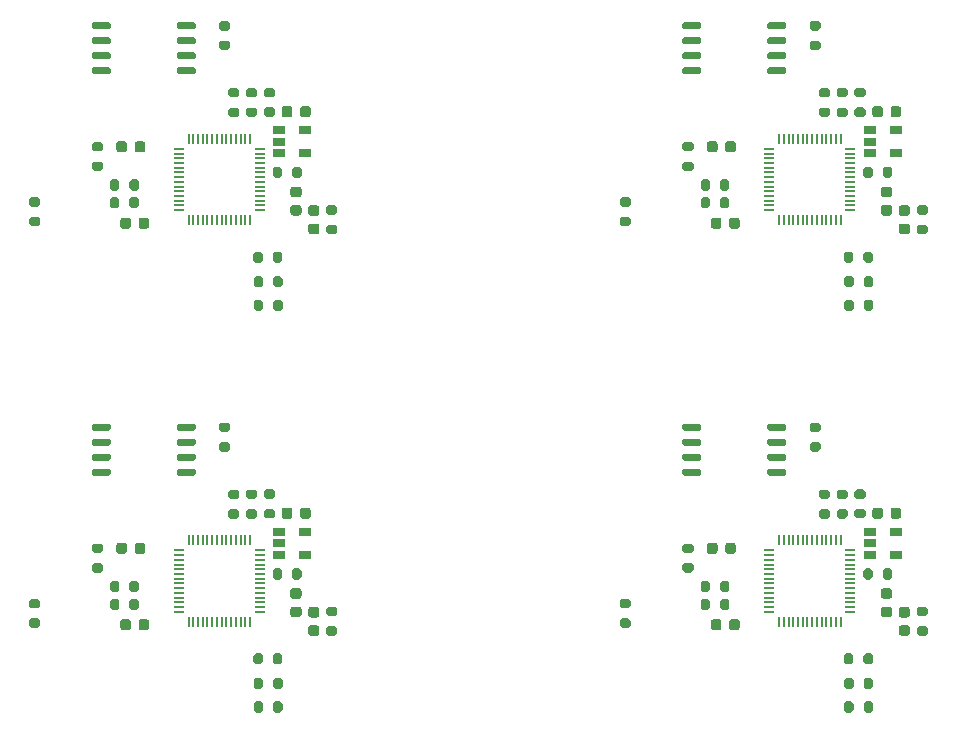
<source format=gbp>
G04 #@! TF.GenerationSoftware,KiCad,Pcbnew,(5.1.10-1-10_14)*
G04 #@! TF.CreationDate,2022-06-03T02:43:26+09:00*
G04 #@! TF.ProjectId,cmsis-dap_rp2040,636d7369-732d-4646-9170-5f7270323034,rev?*
G04 #@! TF.SameCoordinates,Original*
G04 #@! TF.FileFunction,Paste,Bot*
G04 #@! TF.FilePolarity,Positive*
%FSLAX46Y46*%
G04 Gerber Fmt 4.6, Leading zero omitted, Abs format (unit mm)*
G04 Created by KiCad (PCBNEW (5.1.10-1-10_14)) date 2022-06-03 02:43:26*
%MOMM*%
%LPD*%
G01*
G04 APERTURE LIST*
%ADD10O,0.200000X0.875000*%
%ADD11O,0.875000X0.200000*%
%ADD12R,1.060000X0.650000*%
G04 APERTURE END LIST*
G04 #@! TO.C,R9*
G36*
G01*
X169885000Y-94065000D02*
X169335000Y-94065000D01*
G75*
G02*
X169135000Y-93865000I0J200000D01*
G01*
X169135000Y-93465000D01*
G75*
G02*
X169335000Y-93265000I200000J0D01*
G01*
X169885000Y-93265000D01*
G75*
G02*
X170085000Y-93465000I0J-200000D01*
G01*
X170085000Y-93865000D01*
G75*
G02*
X169885000Y-94065000I-200000J0D01*
G01*
G37*
G36*
G01*
X169885000Y-92415000D02*
X169335000Y-92415000D01*
G75*
G02*
X169135000Y-92215000I0J200000D01*
G01*
X169135000Y-91815000D01*
G75*
G02*
X169335000Y-91615000I200000J0D01*
G01*
X169885000Y-91615000D01*
G75*
G02*
X170085000Y-91815000I0J-200000D01*
G01*
X170085000Y-92215000D01*
G75*
G02*
X169885000Y-92415000I-200000J0D01*
G01*
G37*
G04 #@! TD*
G04 #@! TO.C,R9*
G36*
G01*
X119885000Y-94065000D02*
X119335000Y-94065000D01*
G75*
G02*
X119135000Y-93865000I0J200000D01*
G01*
X119135000Y-93465000D01*
G75*
G02*
X119335000Y-93265000I200000J0D01*
G01*
X119885000Y-93265000D01*
G75*
G02*
X120085000Y-93465000I0J-200000D01*
G01*
X120085000Y-93865000D01*
G75*
G02*
X119885000Y-94065000I-200000J0D01*
G01*
G37*
G36*
G01*
X119885000Y-92415000D02*
X119335000Y-92415000D01*
G75*
G02*
X119135000Y-92215000I0J200000D01*
G01*
X119135000Y-91815000D01*
G75*
G02*
X119335000Y-91615000I200000J0D01*
G01*
X119885000Y-91615000D01*
G75*
G02*
X120085000Y-91815000I0J-200000D01*
G01*
X120085000Y-92215000D01*
G75*
G02*
X119885000Y-92415000I-200000J0D01*
G01*
G37*
G04 #@! TD*
G04 #@! TO.C,R9*
G36*
G01*
X169885000Y-60065000D02*
X169335000Y-60065000D01*
G75*
G02*
X169135000Y-59865000I0J200000D01*
G01*
X169135000Y-59465000D01*
G75*
G02*
X169335000Y-59265000I200000J0D01*
G01*
X169885000Y-59265000D01*
G75*
G02*
X170085000Y-59465000I0J-200000D01*
G01*
X170085000Y-59865000D01*
G75*
G02*
X169885000Y-60065000I-200000J0D01*
G01*
G37*
G36*
G01*
X169885000Y-58415000D02*
X169335000Y-58415000D01*
G75*
G02*
X169135000Y-58215000I0J200000D01*
G01*
X169135000Y-57815000D01*
G75*
G02*
X169335000Y-57615000I200000J0D01*
G01*
X169885000Y-57615000D01*
G75*
G02*
X170085000Y-57815000I0J-200000D01*
G01*
X170085000Y-58215000D01*
G75*
G02*
X169885000Y-58415000I-200000J0D01*
G01*
G37*
G04 #@! TD*
G04 #@! TO.C,R11*
G36*
G01*
X171295000Y-110295000D02*
X171295000Y-109745000D01*
G75*
G02*
X171495000Y-109545000I200000J0D01*
G01*
X171895000Y-109545000D01*
G75*
G02*
X172095000Y-109745000I0J-200000D01*
G01*
X172095000Y-110295000D01*
G75*
G02*
X171895000Y-110495000I-200000J0D01*
G01*
X171495000Y-110495000D01*
G75*
G02*
X171295000Y-110295000I0J200000D01*
G01*
G37*
G36*
G01*
X172945000Y-110295000D02*
X172945000Y-109745000D01*
G75*
G02*
X173145000Y-109545000I200000J0D01*
G01*
X173545000Y-109545000D01*
G75*
G02*
X173745000Y-109745000I0J-200000D01*
G01*
X173745000Y-110295000D01*
G75*
G02*
X173545000Y-110495000I-200000J0D01*
G01*
X173145000Y-110495000D01*
G75*
G02*
X172945000Y-110295000I0J200000D01*
G01*
G37*
G04 #@! TD*
G04 #@! TO.C,R11*
G36*
G01*
X121295000Y-110295000D02*
X121295000Y-109745000D01*
G75*
G02*
X121495000Y-109545000I200000J0D01*
G01*
X121895000Y-109545000D01*
G75*
G02*
X122095000Y-109745000I0J-200000D01*
G01*
X122095000Y-110295000D01*
G75*
G02*
X121895000Y-110495000I-200000J0D01*
G01*
X121495000Y-110495000D01*
G75*
G02*
X121295000Y-110295000I0J200000D01*
G01*
G37*
G36*
G01*
X122945000Y-110295000D02*
X122945000Y-109745000D01*
G75*
G02*
X123145000Y-109545000I200000J0D01*
G01*
X123545000Y-109545000D01*
G75*
G02*
X123745000Y-109745000I0J-200000D01*
G01*
X123745000Y-110295000D01*
G75*
G02*
X123545000Y-110495000I-200000J0D01*
G01*
X123145000Y-110495000D01*
G75*
G02*
X122945000Y-110295000I0J200000D01*
G01*
G37*
G04 #@! TD*
G04 #@! TO.C,R11*
G36*
G01*
X171295000Y-76295000D02*
X171295000Y-75745000D01*
G75*
G02*
X171495000Y-75545000I200000J0D01*
G01*
X171895000Y-75545000D01*
G75*
G02*
X172095000Y-75745000I0J-200000D01*
G01*
X172095000Y-76295000D01*
G75*
G02*
X171895000Y-76495000I-200000J0D01*
G01*
X171495000Y-76495000D01*
G75*
G02*
X171295000Y-76295000I0J200000D01*
G01*
G37*
G36*
G01*
X172945000Y-76295000D02*
X172945000Y-75745000D01*
G75*
G02*
X173145000Y-75545000I200000J0D01*
G01*
X173545000Y-75545000D01*
G75*
G02*
X173745000Y-75745000I0J-200000D01*
G01*
X173745000Y-76295000D01*
G75*
G02*
X173545000Y-76495000I-200000J0D01*
G01*
X173145000Y-76495000D01*
G75*
G02*
X172945000Y-76295000I0J200000D01*
G01*
G37*
G04 #@! TD*
G04 #@! TO.C,R13*
G36*
G01*
X171275000Y-106215000D02*
X171275000Y-105665000D01*
G75*
G02*
X171475000Y-105465000I200000J0D01*
G01*
X171875000Y-105465000D01*
G75*
G02*
X172075000Y-105665000I0J-200000D01*
G01*
X172075000Y-106215000D01*
G75*
G02*
X171875000Y-106415000I-200000J0D01*
G01*
X171475000Y-106415000D01*
G75*
G02*
X171275000Y-106215000I0J200000D01*
G01*
G37*
G36*
G01*
X172925000Y-106215000D02*
X172925000Y-105665000D01*
G75*
G02*
X173125000Y-105465000I200000J0D01*
G01*
X173525000Y-105465000D01*
G75*
G02*
X173725000Y-105665000I0J-200000D01*
G01*
X173725000Y-106215000D01*
G75*
G02*
X173525000Y-106415000I-200000J0D01*
G01*
X173125000Y-106415000D01*
G75*
G02*
X172925000Y-106215000I0J200000D01*
G01*
G37*
G04 #@! TD*
G04 #@! TO.C,R13*
G36*
G01*
X121275000Y-106215000D02*
X121275000Y-105665000D01*
G75*
G02*
X121475000Y-105465000I200000J0D01*
G01*
X121875000Y-105465000D01*
G75*
G02*
X122075000Y-105665000I0J-200000D01*
G01*
X122075000Y-106215000D01*
G75*
G02*
X121875000Y-106415000I-200000J0D01*
G01*
X121475000Y-106415000D01*
G75*
G02*
X121275000Y-106215000I0J200000D01*
G01*
G37*
G36*
G01*
X122925000Y-106215000D02*
X122925000Y-105665000D01*
G75*
G02*
X123125000Y-105465000I200000J0D01*
G01*
X123525000Y-105465000D01*
G75*
G02*
X123725000Y-105665000I0J-200000D01*
G01*
X123725000Y-106215000D01*
G75*
G02*
X123525000Y-106415000I-200000J0D01*
G01*
X123125000Y-106415000D01*
G75*
G02*
X122925000Y-106215000I0J200000D01*
G01*
G37*
G04 #@! TD*
G04 #@! TO.C,R13*
G36*
G01*
X171275000Y-72215000D02*
X171275000Y-71665000D01*
G75*
G02*
X171475000Y-71465000I200000J0D01*
G01*
X171875000Y-71465000D01*
G75*
G02*
X172075000Y-71665000I0J-200000D01*
G01*
X172075000Y-72215000D01*
G75*
G02*
X171875000Y-72415000I-200000J0D01*
G01*
X171475000Y-72415000D01*
G75*
G02*
X171275000Y-72215000I0J200000D01*
G01*
G37*
G36*
G01*
X172925000Y-72215000D02*
X172925000Y-71665000D01*
G75*
G02*
X173125000Y-71465000I200000J0D01*
G01*
X173525000Y-71465000D01*
G75*
G02*
X173725000Y-71665000I0J-200000D01*
G01*
X173725000Y-72215000D01*
G75*
G02*
X173525000Y-72415000I-200000J0D01*
G01*
X173125000Y-72415000D01*
G75*
G02*
X172925000Y-72215000I0J200000D01*
G01*
G37*
G04 #@! TD*
G04 #@! TO.C,R14*
G36*
G01*
X172905000Y-92405000D02*
X172355000Y-92405000D01*
G75*
G02*
X172155000Y-92205000I0J200000D01*
G01*
X172155000Y-91805000D01*
G75*
G02*
X172355000Y-91605000I200000J0D01*
G01*
X172905000Y-91605000D01*
G75*
G02*
X173105000Y-91805000I0J-200000D01*
G01*
X173105000Y-92205000D01*
G75*
G02*
X172905000Y-92405000I-200000J0D01*
G01*
G37*
G36*
G01*
X172905000Y-94055000D02*
X172355000Y-94055000D01*
G75*
G02*
X172155000Y-93855000I0J200000D01*
G01*
X172155000Y-93455000D01*
G75*
G02*
X172355000Y-93255000I200000J0D01*
G01*
X172905000Y-93255000D01*
G75*
G02*
X173105000Y-93455000I0J-200000D01*
G01*
X173105000Y-93855000D01*
G75*
G02*
X172905000Y-94055000I-200000J0D01*
G01*
G37*
G04 #@! TD*
G04 #@! TO.C,R14*
G36*
G01*
X122905000Y-92405000D02*
X122355000Y-92405000D01*
G75*
G02*
X122155000Y-92205000I0J200000D01*
G01*
X122155000Y-91805000D01*
G75*
G02*
X122355000Y-91605000I200000J0D01*
G01*
X122905000Y-91605000D01*
G75*
G02*
X123105000Y-91805000I0J-200000D01*
G01*
X123105000Y-92205000D01*
G75*
G02*
X122905000Y-92405000I-200000J0D01*
G01*
G37*
G36*
G01*
X122905000Y-94055000D02*
X122355000Y-94055000D01*
G75*
G02*
X122155000Y-93855000I0J200000D01*
G01*
X122155000Y-93455000D01*
G75*
G02*
X122355000Y-93255000I200000J0D01*
G01*
X122905000Y-93255000D01*
G75*
G02*
X123105000Y-93455000I0J-200000D01*
G01*
X123105000Y-93855000D01*
G75*
G02*
X122905000Y-94055000I-200000J0D01*
G01*
G37*
G04 #@! TD*
G04 #@! TO.C,R14*
G36*
G01*
X172905000Y-58405000D02*
X172355000Y-58405000D01*
G75*
G02*
X172155000Y-58205000I0J200000D01*
G01*
X172155000Y-57805000D01*
G75*
G02*
X172355000Y-57605000I200000J0D01*
G01*
X172905000Y-57605000D01*
G75*
G02*
X173105000Y-57805000I0J-200000D01*
G01*
X173105000Y-58205000D01*
G75*
G02*
X172905000Y-58405000I-200000J0D01*
G01*
G37*
G36*
G01*
X172905000Y-60055000D02*
X172355000Y-60055000D01*
G75*
G02*
X172155000Y-59855000I0J200000D01*
G01*
X172155000Y-59455000D01*
G75*
G02*
X172355000Y-59255000I200000J0D01*
G01*
X172905000Y-59255000D01*
G75*
G02*
X173105000Y-59455000I0J-200000D01*
G01*
X173105000Y-59855000D01*
G75*
G02*
X172905000Y-60055000I-200000J0D01*
G01*
G37*
G04 #@! TD*
G04 #@! TO.C,R15*
G36*
G01*
X171285000Y-108295000D02*
X171285000Y-107745000D01*
G75*
G02*
X171485000Y-107545000I200000J0D01*
G01*
X171885000Y-107545000D01*
G75*
G02*
X172085000Y-107745000I0J-200000D01*
G01*
X172085000Y-108295000D01*
G75*
G02*
X171885000Y-108495000I-200000J0D01*
G01*
X171485000Y-108495000D01*
G75*
G02*
X171285000Y-108295000I0J200000D01*
G01*
G37*
G36*
G01*
X172935000Y-108295000D02*
X172935000Y-107745000D01*
G75*
G02*
X173135000Y-107545000I200000J0D01*
G01*
X173535000Y-107545000D01*
G75*
G02*
X173735000Y-107745000I0J-200000D01*
G01*
X173735000Y-108295000D01*
G75*
G02*
X173535000Y-108495000I-200000J0D01*
G01*
X173135000Y-108495000D01*
G75*
G02*
X172935000Y-108295000I0J200000D01*
G01*
G37*
G04 #@! TD*
G04 #@! TO.C,R15*
G36*
G01*
X121285000Y-108295000D02*
X121285000Y-107745000D01*
G75*
G02*
X121485000Y-107545000I200000J0D01*
G01*
X121885000Y-107545000D01*
G75*
G02*
X122085000Y-107745000I0J-200000D01*
G01*
X122085000Y-108295000D01*
G75*
G02*
X121885000Y-108495000I-200000J0D01*
G01*
X121485000Y-108495000D01*
G75*
G02*
X121285000Y-108295000I0J200000D01*
G01*
G37*
G36*
G01*
X122935000Y-108295000D02*
X122935000Y-107745000D01*
G75*
G02*
X123135000Y-107545000I200000J0D01*
G01*
X123535000Y-107545000D01*
G75*
G02*
X123735000Y-107745000I0J-200000D01*
G01*
X123735000Y-108295000D01*
G75*
G02*
X123535000Y-108495000I-200000J0D01*
G01*
X123135000Y-108495000D01*
G75*
G02*
X122935000Y-108295000I0J200000D01*
G01*
G37*
G04 #@! TD*
G04 #@! TO.C,R15*
G36*
G01*
X171285000Y-74295000D02*
X171285000Y-73745000D01*
G75*
G02*
X171485000Y-73545000I200000J0D01*
G01*
X171885000Y-73545000D01*
G75*
G02*
X172085000Y-73745000I0J-200000D01*
G01*
X172085000Y-74295000D01*
G75*
G02*
X171885000Y-74495000I-200000J0D01*
G01*
X171485000Y-74495000D01*
G75*
G02*
X171285000Y-74295000I0J200000D01*
G01*
G37*
G36*
G01*
X172935000Y-74295000D02*
X172935000Y-73745000D01*
G75*
G02*
X173135000Y-73545000I200000J0D01*
G01*
X173535000Y-73545000D01*
G75*
G02*
X173735000Y-73745000I0J-200000D01*
G01*
X173735000Y-74295000D01*
G75*
G02*
X173535000Y-74495000I-200000J0D01*
G01*
X173135000Y-74495000D01*
G75*
G02*
X172935000Y-74295000I0J200000D01*
G01*
G37*
G04 #@! TD*
G04 #@! TO.C,R16*
G36*
G01*
X171395000Y-92415000D02*
X170845000Y-92415000D01*
G75*
G02*
X170645000Y-92215000I0J200000D01*
G01*
X170645000Y-91815000D01*
G75*
G02*
X170845000Y-91615000I200000J0D01*
G01*
X171395000Y-91615000D01*
G75*
G02*
X171595000Y-91815000I0J-200000D01*
G01*
X171595000Y-92215000D01*
G75*
G02*
X171395000Y-92415000I-200000J0D01*
G01*
G37*
G36*
G01*
X171395000Y-94065000D02*
X170845000Y-94065000D01*
G75*
G02*
X170645000Y-93865000I0J200000D01*
G01*
X170645000Y-93465000D01*
G75*
G02*
X170845000Y-93265000I200000J0D01*
G01*
X171395000Y-93265000D01*
G75*
G02*
X171595000Y-93465000I0J-200000D01*
G01*
X171595000Y-93865000D01*
G75*
G02*
X171395000Y-94065000I-200000J0D01*
G01*
G37*
G04 #@! TD*
G04 #@! TO.C,R16*
G36*
G01*
X121395000Y-92415000D02*
X120845000Y-92415000D01*
G75*
G02*
X120645000Y-92215000I0J200000D01*
G01*
X120645000Y-91815000D01*
G75*
G02*
X120845000Y-91615000I200000J0D01*
G01*
X121395000Y-91615000D01*
G75*
G02*
X121595000Y-91815000I0J-200000D01*
G01*
X121595000Y-92215000D01*
G75*
G02*
X121395000Y-92415000I-200000J0D01*
G01*
G37*
G36*
G01*
X121395000Y-94065000D02*
X120845000Y-94065000D01*
G75*
G02*
X120645000Y-93865000I0J200000D01*
G01*
X120645000Y-93465000D01*
G75*
G02*
X120845000Y-93265000I200000J0D01*
G01*
X121395000Y-93265000D01*
G75*
G02*
X121595000Y-93465000I0J-200000D01*
G01*
X121595000Y-93865000D01*
G75*
G02*
X121395000Y-94065000I-200000J0D01*
G01*
G37*
G04 #@! TD*
G04 #@! TO.C,R16*
G36*
G01*
X171395000Y-58415000D02*
X170845000Y-58415000D01*
G75*
G02*
X170645000Y-58215000I0J200000D01*
G01*
X170645000Y-57815000D01*
G75*
G02*
X170845000Y-57615000I200000J0D01*
G01*
X171395000Y-57615000D01*
G75*
G02*
X171595000Y-57815000I0J-200000D01*
G01*
X171595000Y-58215000D01*
G75*
G02*
X171395000Y-58415000I-200000J0D01*
G01*
G37*
G36*
G01*
X171395000Y-60065000D02*
X170845000Y-60065000D01*
G75*
G02*
X170645000Y-59865000I0J200000D01*
G01*
X170645000Y-59465000D01*
G75*
G02*
X170845000Y-59265000I200000J0D01*
G01*
X171395000Y-59265000D01*
G75*
G02*
X171595000Y-59465000I0J-200000D01*
G01*
X171595000Y-59865000D01*
G75*
G02*
X171395000Y-60065000I-200000J0D01*
G01*
G37*
G04 #@! TD*
G04 #@! TO.C,U2*
G36*
G01*
X166380000Y-86195000D02*
X166380000Y-86495000D01*
G75*
G02*
X166230000Y-86645000I-150000J0D01*
G01*
X164930000Y-86645000D01*
G75*
G02*
X164780000Y-86495000I0J150000D01*
G01*
X164780000Y-86195000D01*
G75*
G02*
X164930000Y-86045000I150000J0D01*
G01*
X166230000Y-86045000D01*
G75*
G02*
X166380000Y-86195000I0J-150000D01*
G01*
G37*
G36*
G01*
X166380000Y-87465000D02*
X166380000Y-87765000D01*
G75*
G02*
X166230000Y-87915000I-150000J0D01*
G01*
X164930000Y-87915000D01*
G75*
G02*
X164780000Y-87765000I0J150000D01*
G01*
X164780000Y-87465000D01*
G75*
G02*
X164930000Y-87315000I150000J0D01*
G01*
X166230000Y-87315000D01*
G75*
G02*
X166380000Y-87465000I0J-150000D01*
G01*
G37*
G36*
G01*
X166380000Y-88735000D02*
X166380000Y-89035000D01*
G75*
G02*
X166230000Y-89185000I-150000J0D01*
G01*
X164930000Y-89185000D01*
G75*
G02*
X164780000Y-89035000I0J150000D01*
G01*
X164780000Y-88735000D01*
G75*
G02*
X164930000Y-88585000I150000J0D01*
G01*
X166230000Y-88585000D01*
G75*
G02*
X166380000Y-88735000I0J-150000D01*
G01*
G37*
G36*
G01*
X166380000Y-90005000D02*
X166380000Y-90305000D01*
G75*
G02*
X166230000Y-90455000I-150000J0D01*
G01*
X164930000Y-90455000D01*
G75*
G02*
X164780000Y-90305000I0J150000D01*
G01*
X164780000Y-90005000D01*
G75*
G02*
X164930000Y-89855000I150000J0D01*
G01*
X166230000Y-89855000D01*
G75*
G02*
X166380000Y-90005000I0J-150000D01*
G01*
G37*
G36*
G01*
X159180000Y-90005000D02*
X159180000Y-90305000D01*
G75*
G02*
X159030000Y-90455000I-150000J0D01*
G01*
X157730000Y-90455000D01*
G75*
G02*
X157580000Y-90305000I0J150000D01*
G01*
X157580000Y-90005000D01*
G75*
G02*
X157730000Y-89855000I150000J0D01*
G01*
X159030000Y-89855000D01*
G75*
G02*
X159180000Y-90005000I0J-150000D01*
G01*
G37*
G36*
G01*
X159180000Y-88735000D02*
X159180000Y-89035000D01*
G75*
G02*
X159030000Y-89185000I-150000J0D01*
G01*
X157730000Y-89185000D01*
G75*
G02*
X157580000Y-89035000I0J150000D01*
G01*
X157580000Y-88735000D01*
G75*
G02*
X157730000Y-88585000I150000J0D01*
G01*
X159030000Y-88585000D01*
G75*
G02*
X159180000Y-88735000I0J-150000D01*
G01*
G37*
G36*
G01*
X159180000Y-87465000D02*
X159180000Y-87765000D01*
G75*
G02*
X159030000Y-87915000I-150000J0D01*
G01*
X157730000Y-87915000D01*
G75*
G02*
X157580000Y-87765000I0J150000D01*
G01*
X157580000Y-87465000D01*
G75*
G02*
X157730000Y-87315000I150000J0D01*
G01*
X159030000Y-87315000D01*
G75*
G02*
X159180000Y-87465000I0J-150000D01*
G01*
G37*
G36*
G01*
X159180000Y-86195000D02*
X159180000Y-86495000D01*
G75*
G02*
X159030000Y-86645000I-150000J0D01*
G01*
X157730000Y-86645000D01*
G75*
G02*
X157580000Y-86495000I0J150000D01*
G01*
X157580000Y-86195000D01*
G75*
G02*
X157730000Y-86045000I150000J0D01*
G01*
X159030000Y-86045000D01*
G75*
G02*
X159180000Y-86195000I0J-150000D01*
G01*
G37*
G04 #@! TD*
G04 #@! TO.C,U2*
G36*
G01*
X116380000Y-86195000D02*
X116380000Y-86495000D01*
G75*
G02*
X116230000Y-86645000I-150000J0D01*
G01*
X114930000Y-86645000D01*
G75*
G02*
X114780000Y-86495000I0J150000D01*
G01*
X114780000Y-86195000D01*
G75*
G02*
X114930000Y-86045000I150000J0D01*
G01*
X116230000Y-86045000D01*
G75*
G02*
X116380000Y-86195000I0J-150000D01*
G01*
G37*
G36*
G01*
X116380000Y-87465000D02*
X116380000Y-87765000D01*
G75*
G02*
X116230000Y-87915000I-150000J0D01*
G01*
X114930000Y-87915000D01*
G75*
G02*
X114780000Y-87765000I0J150000D01*
G01*
X114780000Y-87465000D01*
G75*
G02*
X114930000Y-87315000I150000J0D01*
G01*
X116230000Y-87315000D01*
G75*
G02*
X116380000Y-87465000I0J-150000D01*
G01*
G37*
G36*
G01*
X116380000Y-88735000D02*
X116380000Y-89035000D01*
G75*
G02*
X116230000Y-89185000I-150000J0D01*
G01*
X114930000Y-89185000D01*
G75*
G02*
X114780000Y-89035000I0J150000D01*
G01*
X114780000Y-88735000D01*
G75*
G02*
X114930000Y-88585000I150000J0D01*
G01*
X116230000Y-88585000D01*
G75*
G02*
X116380000Y-88735000I0J-150000D01*
G01*
G37*
G36*
G01*
X116380000Y-90005000D02*
X116380000Y-90305000D01*
G75*
G02*
X116230000Y-90455000I-150000J0D01*
G01*
X114930000Y-90455000D01*
G75*
G02*
X114780000Y-90305000I0J150000D01*
G01*
X114780000Y-90005000D01*
G75*
G02*
X114930000Y-89855000I150000J0D01*
G01*
X116230000Y-89855000D01*
G75*
G02*
X116380000Y-90005000I0J-150000D01*
G01*
G37*
G36*
G01*
X109180000Y-90005000D02*
X109180000Y-90305000D01*
G75*
G02*
X109030000Y-90455000I-150000J0D01*
G01*
X107730000Y-90455000D01*
G75*
G02*
X107580000Y-90305000I0J150000D01*
G01*
X107580000Y-90005000D01*
G75*
G02*
X107730000Y-89855000I150000J0D01*
G01*
X109030000Y-89855000D01*
G75*
G02*
X109180000Y-90005000I0J-150000D01*
G01*
G37*
G36*
G01*
X109180000Y-88735000D02*
X109180000Y-89035000D01*
G75*
G02*
X109030000Y-89185000I-150000J0D01*
G01*
X107730000Y-89185000D01*
G75*
G02*
X107580000Y-89035000I0J150000D01*
G01*
X107580000Y-88735000D01*
G75*
G02*
X107730000Y-88585000I150000J0D01*
G01*
X109030000Y-88585000D01*
G75*
G02*
X109180000Y-88735000I0J-150000D01*
G01*
G37*
G36*
G01*
X109180000Y-87465000D02*
X109180000Y-87765000D01*
G75*
G02*
X109030000Y-87915000I-150000J0D01*
G01*
X107730000Y-87915000D01*
G75*
G02*
X107580000Y-87765000I0J150000D01*
G01*
X107580000Y-87465000D01*
G75*
G02*
X107730000Y-87315000I150000J0D01*
G01*
X109030000Y-87315000D01*
G75*
G02*
X109180000Y-87465000I0J-150000D01*
G01*
G37*
G36*
G01*
X109180000Y-86195000D02*
X109180000Y-86495000D01*
G75*
G02*
X109030000Y-86645000I-150000J0D01*
G01*
X107730000Y-86645000D01*
G75*
G02*
X107580000Y-86495000I0J150000D01*
G01*
X107580000Y-86195000D01*
G75*
G02*
X107730000Y-86045000I150000J0D01*
G01*
X109030000Y-86045000D01*
G75*
G02*
X109180000Y-86195000I0J-150000D01*
G01*
G37*
G04 #@! TD*
G04 #@! TO.C,U2*
G36*
G01*
X166380000Y-52195000D02*
X166380000Y-52495000D01*
G75*
G02*
X166230000Y-52645000I-150000J0D01*
G01*
X164930000Y-52645000D01*
G75*
G02*
X164780000Y-52495000I0J150000D01*
G01*
X164780000Y-52195000D01*
G75*
G02*
X164930000Y-52045000I150000J0D01*
G01*
X166230000Y-52045000D01*
G75*
G02*
X166380000Y-52195000I0J-150000D01*
G01*
G37*
G36*
G01*
X166380000Y-53465000D02*
X166380000Y-53765000D01*
G75*
G02*
X166230000Y-53915000I-150000J0D01*
G01*
X164930000Y-53915000D01*
G75*
G02*
X164780000Y-53765000I0J150000D01*
G01*
X164780000Y-53465000D01*
G75*
G02*
X164930000Y-53315000I150000J0D01*
G01*
X166230000Y-53315000D01*
G75*
G02*
X166380000Y-53465000I0J-150000D01*
G01*
G37*
G36*
G01*
X166380000Y-54735000D02*
X166380000Y-55035000D01*
G75*
G02*
X166230000Y-55185000I-150000J0D01*
G01*
X164930000Y-55185000D01*
G75*
G02*
X164780000Y-55035000I0J150000D01*
G01*
X164780000Y-54735000D01*
G75*
G02*
X164930000Y-54585000I150000J0D01*
G01*
X166230000Y-54585000D01*
G75*
G02*
X166380000Y-54735000I0J-150000D01*
G01*
G37*
G36*
G01*
X166380000Y-56005000D02*
X166380000Y-56305000D01*
G75*
G02*
X166230000Y-56455000I-150000J0D01*
G01*
X164930000Y-56455000D01*
G75*
G02*
X164780000Y-56305000I0J150000D01*
G01*
X164780000Y-56005000D01*
G75*
G02*
X164930000Y-55855000I150000J0D01*
G01*
X166230000Y-55855000D01*
G75*
G02*
X166380000Y-56005000I0J-150000D01*
G01*
G37*
G36*
G01*
X159180000Y-56005000D02*
X159180000Y-56305000D01*
G75*
G02*
X159030000Y-56455000I-150000J0D01*
G01*
X157730000Y-56455000D01*
G75*
G02*
X157580000Y-56305000I0J150000D01*
G01*
X157580000Y-56005000D01*
G75*
G02*
X157730000Y-55855000I150000J0D01*
G01*
X159030000Y-55855000D01*
G75*
G02*
X159180000Y-56005000I0J-150000D01*
G01*
G37*
G36*
G01*
X159180000Y-54735000D02*
X159180000Y-55035000D01*
G75*
G02*
X159030000Y-55185000I-150000J0D01*
G01*
X157730000Y-55185000D01*
G75*
G02*
X157580000Y-55035000I0J150000D01*
G01*
X157580000Y-54735000D01*
G75*
G02*
X157730000Y-54585000I150000J0D01*
G01*
X159030000Y-54585000D01*
G75*
G02*
X159180000Y-54735000I0J-150000D01*
G01*
G37*
G36*
G01*
X159180000Y-53465000D02*
X159180000Y-53765000D01*
G75*
G02*
X159030000Y-53915000I-150000J0D01*
G01*
X157730000Y-53915000D01*
G75*
G02*
X157580000Y-53765000I0J150000D01*
G01*
X157580000Y-53465000D01*
G75*
G02*
X157730000Y-53315000I150000J0D01*
G01*
X159030000Y-53315000D01*
G75*
G02*
X159180000Y-53465000I0J-150000D01*
G01*
G37*
G36*
G01*
X159180000Y-52195000D02*
X159180000Y-52495000D01*
G75*
G02*
X159030000Y-52645000I-150000J0D01*
G01*
X157730000Y-52645000D01*
G75*
G02*
X157580000Y-52495000I0J150000D01*
G01*
X157580000Y-52195000D01*
G75*
G02*
X157730000Y-52045000I150000J0D01*
G01*
X159030000Y-52045000D01*
G75*
G02*
X159180000Y-52195000I0J-150000D01*
G01*
G37*
G04 #@! TD*
G04 #@! TO.C,R12*
G36*
G01*
X175355000Y-98485000D02*
X175355000Y-99035000D01*
G75*
G02*
X175155000Y-99235000I-200000J0D01*
G01*
X174755000Y-99235000D01*
G75*
G02*
X174555000Y-99035000I0J200000D01*
G01*
X174555000Y-98485000D01*
G75*
G02*
X174755000Y-98285000I200000J0D01*
G01*
X175155000Y-98285000D01*
G75*
G02*
X175355000Y-98485000I0J-200000D01*
G01*
G37*
G36*
G01*
X173705000Y-98485000D02*
X173705000Y-99035000D01*
G75*
G02*
X173505000Y-99235000I-200000J0D01*
G01*
X173105000Y-99235000D01*
G75*
G02*
X172905000Y-99035000I0J200000D01*
G01*
X172905000Y-98485000D01*
G75*
G02*
X173105000Y-98285000I200000J0D01*
G01*
X173505000Y-98285000D01*
G75*
G02*
X173705000Y-98485000I0J-200000D01*
G01*
G37*
G04 #@! TD*
G04 #@! TO.C,R12*
G36*
G01*
X125355000Y-98485000D02*
X125355000Y-99035000D01*
G75*
G02*
X125155000Y-99235000I-200000J0D01*
G01*
X124755000Y-99235000D01*
G75*
G02*
X124555000Y-99035000I0J200000D01*
G01*
X124555000Y-98485000D01*
G75*
G02*
X124755000Y-98285000I200000J0D01*
G01*
X125155000Y-98285000D01*
G75*
G02*
X125355000Y-98485000I0J-200000D01*
G01*
G37*
G36*
G01*
X123705000Y-98485000D02*
X123705000Y-99035000D01*
G75*
G02*
X123505000Y-99235000I-200000J0D01*
G01*
X123105000Y-99235000D01*
G75*
G02*
X122905000Y-99035000I0J200000D01*
G01*
X122905000Y-98485000D01*
G75*
G02*
X123105000Y-98285000I200000J0D01*
G01*
X123505000Y-98285000D01*
G75*
G02*
X123705000Y-98485000I0J-200000D01*
G01*
G37*
G04 #@! TD*
G04 #@! TO.C,R12*
G36*
G01*
X175355000Y-64485000D02*
X175355000Y-65035000D01*
G75*
G02*
X175155000Y-65235000I-200000J0D01*
G01*
X174755000Y-65235000D01*
G75*
G02*
X174555000Y-65035000I0J200000D01*
G01*
X174555000Y-64485000D01*
G75*
G02*
X174755000Y-64285000I200000J0D01*
G01*
X175155000Y-64285000D01*
G75*
G02*
X175355000Y-64485000I0J-200000D01*
G01*
G37*
G36*
G01*
X173705000Y-64485000D02*
X173705000Y-65035000D01*
G75*
G02*
X173505000Y-65235000I-200000J0D01*
G01*
X173105000Y-65235000D01*
G75*
G02*
X172905000Y-65035000I0J200000D01*
G01*
X172905000Y-64485000D01*
G75*
G02*
X173105000Y-64285000I200000J0D01*
G01*
X173505000Y-64285000D01*
G75*
G02*
X173705000Y-64485000I0J-200000D01*
G01*
G37*
G04 #@! TD*
D10*
G04 #@! TO.C,U3*
X165780000Y-95922500D03*
X166180000Y-95922500D03*
X166580000Y-95922500D03*
X166980000Y-95922500D03*
X167380000Y-95922500D03*
X167780000Y-95922500D03*
X168180000Y-95922500D03*
X168580000Y-95922500D03*
X168980000Y-95922500D03*
X169380000Y-95922500D03*
X169780000Y-95922500D03*
X170180000Y-95922500D03*
X170580000Y-95922500D03*
X170980000Y-95922500D03*
D11*
X171817500Y-96760000D03*
X171817500Y-97160000D03*
X171817500Y-97560000D03*
X171817500Y-97960000D03*
X171817500Y-98360000D03*
X171817500Y-98760000D03*
X171817500Y-99160000D03*
X171817500Y-99560000D03*
X171817500Y-99960000D03*
X171817500Y-100360000D03*
X171817500Y-100760000D03*
X171817500Y-101160000D03*
X171817500Y-101560000D03*
X171817500Y-101960000D03*
D10*
X170980000Y-102797500D03*
X170580000Y-102797500D03*
X170180000Y-102797500D03*
X169780000Y-102797500D03*
X169380000Y-102797500D03*
X168980000Y-102797500D03*
X168580000Y-102797500D03*
X168180000Y-102797500D03*
X167780000Y-102797500D03*
X167380000Y-102797500D03*
X166980000Y-102797500D03*
X166580000Y-102797500D03*
X166180000Y-102797500D03*
X165780000Y-102797500D03*
D11*
X164942500Y-101960000D03*
X164942500Y-101560000D03*
X164942500Y-101160000D03*
X164942500Y-100760000D03*
X164942500Y-100360000D03*
X164942500Y-99960000D03*
X164942500Y-99560000D03*
X164942500Y-99160000D03*
X164942500Y-98760000D03*
X164942500Y-98360000D03*
X164942500Y-97960000D03*
X164942500Y-97560000D03*
X164942500Y-97160000D03*
X164942500Y-96760000D03*
G04 #@! TD*
D10*
G04 #@! TO.C,U3*
X115780000Y-95922500D03*
X116180000Y-95922500D03*
X116580000Y-95922500D03*
X116980000Y-95922500D03*
X117380000Y-95922500D03*
X117780000Y-95922500D03*
X118180000Y-95922500D03*
X118580000Y-95922500D03*
X118980000Y-95922500D03*
X119380000Y-95922500D03*
X119780000Y-95922500D03*
X120180000Y-95922500D03*
X120580000Y-95922500D03*
X120980000Y-95922500D03*
D11*
X121817500Y-96760000D03*
X121817500Y-97160000D03*
X121817500Y-97560000D03*
X121817500Y-97960000D03*
X121817500Y-98360000D03*
X121817500Y-98760000D03*
X121817500Y-99160000D03*
X121817500Y-99560000D03*
X121817500Y-99960000D03*
X121817500Y-100360000D03*
X121817500Y-100760000D03*
X121817500Y-101160000D03*
X121817500Y-101560000D03*
X121817500Y-101960000D03*
D10*
X120980000Y-102797500D03*
X120580000Y-102797500D03*
X120180000Y-102797500D03*
X119780000Y-102797500D03*
X119380000Y-102797500D03*
X118980000Y-102797500D03*
X118580000Y-102797500D03*
X118180000Y-102797500D03*
X117780000Y-102797500D03*
X117380000Y-102797500D03*
X116980000Y-102797500D03*
X116580000Y-102797500D03*
X116180000Y-102797500D03*
X115780000Y-102797500D03*
D11*
X114942500Y-101960000D03*
X114942500Y-101560000D03*
X114942500Y-101160000D03*
X114942500Y-100760000D03*
X114942500Y-100360000D03*
X114942500Y-99960000D03*
X114942500Y-99560000D03*
X114942500Y-99160000D03*
X114942500Y-98760000D03*
X114942500Y-98360000D03*
X114942500Y-97960000D03*
X114942500Y-97560000D03*
X114942500Y-97160000D03*
X114942500Y-96760000D03*
G04 #@! TD*
D10*
G04 #@! TO.C,U3*
X165780000Y-61922500D03*
X166180000Y-61922500D03*
X166580000Y-61922500D03*
X166980000Y-61922500D03*
X167380000Y-61922500D03*
X167780000Y-61922500D03*
X168180000Y-61922500D03*
X168580000Y-61922500D03*
X168980000Y-61922500D03*
X169380000Y-61922500D03*
X169780000Y-61922500D03*
X170180000Y-61922500D03*
X170580000Y-61922500D03*
X170980000Y-61922500D03*
D11*
X171817500Y-62760000D03*
X171817500Y-63160000D03*
X171817500Y-63560000D03*
X171817500Y-63960000D03*
X171817500Y-64360000D03*
X171817500Y-64760000D03*
X171817500Y-65160000D03*
X171817500Y-65560000D03*
X171817500Y-65960000D03*
X171817500Y-66360000D03*
X171817500Y-66760000D03*
X171817500Y-67160000D03*
X171817500Y-67560000D03*
X171817500Y-67960000D03*
D10*
X170980000Y-68797500D03*
X170580000Y-68797500D03*
X170180000Y-68797500D03*
X169780000Y-68797500D03*
X169380000Y-68797500D03*
X168980000Y-68797500D03*
X168580000Y-68797500D03*
X168180000Y-68797500D03*
X167780000Y-68797500D03*
X167380000Y-68797500D03*
X166980000Y-68797500D03*
X166580000Y-68797500D03*
X166180000Y-68797500D03*
X165780000Y-68797500D03*
D11*
X164942500Y-67960000D03*
X164942500Y-67560000D03*
X164942500Y-67160000D03*
X164942500Y-66760000D03*
X164942500Y-66360000D03*
X164942500Y-65960000D03*
X164942500Y-65560000D03*
X164942500Y-65160000D03*
X164942500Y-64760000D03*
X164942500Y-64360000D03*
X164942500Y-63960000D03*
X164942500Y-63560000D03*
X164942500Y-63160000D03*
X164942500Y-62760000D03*
G04 #@! TD*
G04 #@! TO.C,C16*
G36*
G01*
X162115000Y-96340000D02*
X162115000Y-96840000D01*
G75*
G02*
X161890000Y-97065000I-225000J0D01*
G01*
X161440000Y-97065000D01*
G75*
G02*
X161215000Y-96840000I0J225000D01*
G01*
X161215000Y-96340000D01*
G75*
G02*
X161440000Y-96115000I225000J0D01*
G01*
X161890000Y-96115000D01*
G75*
G02*
X162115000Y-96340000I0J-225000D01*
G01*
G37*
G36*
G01*
X160565000Y-96340000D02*
X160565000Y-96840000D01*
G75*
G02*
X160340000Y-97065000I-225000J0D01*
G01*
X159890000Y-97065000D01*
G75*
G02*
X159665000Y-96840000I0J225000D01*
G01*
X159665000Y-96340000D01*
G75*
G02*
X159890000Y-96115000I225000J0D01*
G01*
X160340000Y-96115000D01*
G75*
G02*
X160565000Y-96340000I0J-225000D01*
G01*
G37*
G04 #@! TD*
G04 #@! TO.C,C16*
G36*
G01*
X112115000Y-96340000D02*
X112115000Y-96840000D01*
G75*
G02*
X111890000Y-97065000I-225000J0D01*
G01*
X111440000Y-97065000D01*
G75*
G02*
X111215000Y-96840000I0J225000D01*
G01*
X111215000Y-96340000D01*
G75*
G02*
X111440000Y-96115000I225000J0D01*
G01*
X111890000Y-96115000D01*
G75*
G02*
X112115000Y-96340000I0J-225000D01*
G01*
G37*
G36*
G01*
X110565000Y-96340000D02*
X110565000Y-96840000D01*
G75*
G02*
X110340000Y-97065000I-225000J0D01*
G01*
X109890000Y-97065000D01*
G75*
G02*
X109665000Y-96840000I0J225000D01*
G01*
X109665000Y-96340000D01*
G75*
G02*
X109890000Y-96115000I225000J0D01*
G01*
X110340000Y-96115000D01*
G75*
G02*
X110565000Y-96340000I0J-225000D01*
G01*
G37*
G04 #@! TD*
G04 #@! TO.C,C16*
G36*
G01*
X162115000Y-62340000D02*
X162115000Y-62840000D01*
G75*
G02*
X161890000Y-63065000I-225000J0D01*
G01*
X161440000Y-63065000D01*
G75*
G02*
X161215000Y-62840000I0J225000D01*
G01*
X161215000Y-62340000D01*
G75*
G02*
X161440000Y-62115000I225000J0D01*
G01*
X161890000Y-62115000D01*
G75*
G02*
X162115000Y-62340000I0J-225000D01*
G01*
G37*
G36*
G01*
X160565000Y-62340000D02*
X160565000Y-62840000D01*
G75*
G02*
X160340000Y-63065000I-225000J0D01*
G01*
X159890000Y-63065000D01*
G75*
G02*
X159665000Y-62840000I0J225000D01*
G01*
X159665000Y-62340000D01*
G75*
G02*
X159890000Y-62115000I225000J0D01*
G01*
X160340000Y-62115000D01*
G75*
G02*
X160565000Y-62340000I0J-225000D01*
G01*
G37*
G04 #@! TD*
G04 #@! TO.C,C2*
G36*
G01*
X176115000Y-93370000D02*
X176115000Y-93870000D01*
G75*
G02*
X175890000Y-94095000I-225000J0D01*
G01*
X175440000Y-94095000D01*
G75*
G02*
X175215000Y-93870000I0J225000D01*
G01*
X175215000Y-93370000D01*
G75*
G02*
X175440000Y-93145000I225000J0D01*
G01*
X175890000Y-93145000D01*
G75*
G02*
X176115000Y-93370000I0J-225000D01*
G01*
G37*
G36*
G01*
X174565000Y-93370000D02*
X174565000Y-93870000D01*
G75*
G02*
X174340000Y-94095000I-225000J0D01*
G01*
X173890000Y-94095000D01*
G75*
G02*
X173665000Y-93870000I0J225000D01*
G01*
X173665000Y-93370000D01*
G75*
G02*
X173890000Y-93145000I225000J0D01*
G01*
X174340000Y-93145000D01*
G75*
G02*
X174565000Y-93370000I0J-225000D01*
G01*
G37*
G04 #@! TD*
G04 #@! TO.C,C2*
G36*
G01*
X126115000Y-93370000D02*
X126115000Y-93870000D01*
G75*
G02*
X125890000Y-94095000I-225000J0D01*
G01*
X125440000Y-94095000D01*
G75*
G02*
X125215000Y-93870000I0J225000D01*
G01*
X125215000Y-93370000D01*
G75*
G02*
X125440000Y-93145000I225000J0D01*
G01*
X125890000Y-93145000D01*
G75*
G02*
X126115000Y-93370000I0J-225000D01*
G01*
G37*
G36*
G01*
X124565000Y-93370000D02*
X124565000Y-93870000D01*
G75*
G02*
X124340000Y-94095000I-225000J0D01*
G01*
X123890000Y-94095000D01*
G75*
G02*
X123665000Y-93870000I0J225000D01*
G01*
X123665000Y-93370000D01*
G75*
G02*
X123890000Y-93145000I225000J0D01*
G01*
X124340000Y-93145000D01*
G75*
G02*
X124565000Y-93370000I0J-225000D01*
G01*
G37*
G04 #@! TD*
G04 #@! TO.C,C2*
G36*
G01*
X176115000Y-59370000D02*
X176115000Y-59870000D01*
G75*
G02*
X175890000Y-60095000I-225000J0D01*
G01*
X175440000Y-60095000D01*
G75*
G02*
X175215000Y-59870000I0J225000D01*
G01*
X175215000Y-59370000D01*
G75*
G02*
X175440000Y-59145000I225000J0D01*
G01*
X175890000Y-59145000D01*
G75*
G02*
X176115000Y-59370000I0J-225000D01*
G01*
G37*
G36*
G01*
X174565000Y-59370000D02*
X174565000Y-59870000D01*
G75*
G02*
X174340000Y-60095000I-225000J0D01*
G01*
X173890000Y-60095000D01*
G75*
G02*
X173665000Y-59870000I0J225000D01*
G01*
X173665000Y-59370000D01*
G75*
G02*
X173890000Y-59145000I225000J0D01*
G01*
X174340000Y-59145000D01*
G75*
G02*
X174565000Y-59370000I0J-225000D01*
G01*
G37*
G04 #@! TD*
G04 #@! TO.C,C7*
G36*
G01*
X176130000Y-101545000D02*
X176630000Y-101545000D01*
G75*
G02*
X176855000Y-101770000I0J-225000D01*
G01*
X176855000Y-102220000D01*
G75*
G02*
X176630000Y-102445000I-225000J0D01*
G01*
X176130000Y-102445000D01*
G75*
G02*
X175905000Y-102220000I0J225000D01*
G01*
X175905000Y-101770000D01*
G75*
G02*
X176130000Y-101545000I225000J0D01*
G01*
G37*
G36*
G01*
X176130000Y-103095000D02*
X176630000Y-103095000D01*
G75*
G02*
X176855000Y-103320000I0J-225000D01*
G01*
X176855000Y-103770000D01*
G75*
G02*
X176630000Y-103995000I-225000J0D01*
G01*
X176130000Y-103995000D01*
G75*
G02*
X175905000Y-103770000I0J225000D01*
G01*
X175905000Y-103320000D01*
G75*
G02*
X176130000Y-103095000I225000J0D01*
G01*
G37*
G04 #@! TD*
G04 #@! TO.C,C7*
G36*
G01*
X126130000Y-101545000D02*
X126630000Y-101545000D01*
G75*
G02*
X126855000Y-101770000I0J-225000D01*
G01*
X126855000Y-102220000D01*
G75*
G02*
X126630000Y-102445000I-225000J0D01*
G01*
X126130000Y-102445000D01*
G75*
G02*
X125905000Y-102220000I0J225000D01*
G01*
X125905000Y-101770000D01*
G75*
G02*
X126130000Y-101545000I225000J0D01*
G01*
G37*
G36*
G01*
X126130000Y-103095000D02*
X126630000Y-103095000D01*
G75*
G02*
X126855000Y-103320000I0J-225000D01*
G01*
X126855000Y-103770000D01*
G75*
G02*
X126630000Y-103995000I-225000J0D01*
G01*
X126130000Y-103995000D01*
G75*
G02*
X125905000Y-103770000I0J225000D01*
G01*
X125905000Y-103320000D01*
G75*
G02*
X126130000Y-103095000I225000J0D01*
G01*
G37*
G04 #@! TD*
G04 #@! TO.C,C7*
G36*
G01*
X176130000Y-67545000D02*
X176630000Y-67545000D01*
G75*
G02*
X176855000Y-67770000I0J-225000D01*
G01*
X176855000Y-68220000D01*
G75*
G02*
X176630000Y-68445000I-225000J0D01*
G01*
X176130000Y-68445000D01*
G75*
G02*
X175905000Y-68220000I0J225000D01*
G01*
X175905000Y-67770000D01*
G75*
G02*
X176130000Y-67545000I225000J0D01*
G01*
G37*
G36*
G01*
X176130000Y-69095000D02*
X176630000Y-69095000D01*
G75*
G02*
X176855000Y-69320000I0J-225000D01*
G01*
X176855000Y-69770000D01*
G75*
G02*
X176630000Y-69995000I-225000J0D01*
G01*
X176130000Y-69995000D01*
G75*
G02*
X175905000Y-69770000I0J225000D01*
G01*
X175905000Y-69320000D01*
G75*
G02*
X176130000Y-69095000I225000J0D01*
G01*
G37*
G04 #@! TD*
G04 #@! TO.C,R2*
G36*
G01*
X168555000Y-85945000D02*
X169105000Y-85945000D01*
G75*
G02*
X169305000Y-86145000I0J-200000D01*
G01*
X169305000Y-86545000D01*
G75*
G02*
X169105000Y-86745000I-200000J0D01*
G01*
X168555000Y-86745000D01*
G75*
G02*
X168355000Y-86545000I0J200000D01*
G01*
X168355000Y-86145000D01*
G75*
G02*
X168555000Y-85945000I200000J0D01*
G01*
G37*
G36*
G01*
X168555000Y-87595000D02*
X169105000Y-87595000D01*
G75*
G02*
X169305000Y-87795000I0J-200000D01*
G01*
X169305000Y-88195000D01*
G75*
G02*
X169105000Y-88395000I-200000J0D01*
G01*
X168555000Y-88395000D01*
G75*
G02*
X168355000Y-88195000I0J200000D01*
G01*
X168355000Y-87795000D01*
G75*
G02*
X168555000Y-87595000I200000J0D01*
G01*
G37*
G04 #@! TD*
G04 #@! TO.C,R2*
G36*
G01*
X118555000Y-85945000D02*
X119105000Y-85945000D01*
G75*
G02*
X119305000Y-86145000I0J-200000D01*
G01*
X119305000Y-86545000D01*
G75*
G02*
X119105000Y-86745000I-200000J0D01*
G01*
X118555000Y-86745000D01*
G75*
G02*
X118355000Y-86545000I0J200000D01*
G01*
X118355000Y-86145000D01*
G75*
G02*
X118555000Y-85945000I200000J0D01*
G01*
G37*
G36*
G01*
X118555000Y-87595000D02*
X119105000Y-87595000D01*
G75*
G02*
X119305000Y-87795000I0J-200000D01*
G01*
X119305000Y-88195000D01*
G75*
G02*
X119105000Y-88395000I-200000J0D01*
G01*
X118555000Y-88395000D01*
G75*
G02*
X118355000Y-88195000I0J200000D01*
G01*
X118355000Y-87795000D01*
G75*
G02*
X118555000Y-87595000I200000J0D01*
G01*
G37*
G04 #@! TD*
G04 #@! TO.C,R2*
G36*
G01*
X168555000Y-51945000D02*
X169105000Y-51945000D01*
G75*
G02*
X169305000Y-52145000I0J-200000D01*
G01*
X169305000Y-52545000D01*
G75*
G02*
X169105000Y-52745000I-200000J0D01*
G01*
X168555000Y-52745000D01*
G75*
G02*
X168355000Y-52545000I0J200000D01*
G01*
X168355000Y-52145000D01*
G75*
G02*
X168555000Y-51945000I200000J0D01*
G01*
G37*
G36*
G01*
X168555000Y-53595000D02*
X169105000Y-53595000D01*
G75*
G02*
X169305000Y-53795000I0J-200000D01*
G01*
X169305000Y-54195000D01*
G75*
G02*
X169105000Y-54395000I-200000J0D01*
G01*
X168555000Y-54395000D01*
G75*
G02*
X168355000Y-54195000I0J200000D01*
G01*
X168355000Y-53795000D01*
G75*
G02*
X168555000Y-53595000I200000J0D01*
G01*
G37*
G04 #@! TD*
G04 #@! TO.C,C14*
G36*
G01*
X174620000Y-99965000D02*
X175120000Y-99965000D01*
G75*
G02*
X175345000Y-100190000I0J-225000D01*
G01*
X175345000Y-100640000D01*
G75*
G02*
X175120000Y-100865000I-225000J0D01*
G01*
X174620000Y-100865000D01*
G75*
G02*
X174395000Y-100640000I0J225000D01*
G01*
X174395000Y-100190000D01*
G75*
G02*
X174620000Y-99965000I225000J0D01*
G01*
G37*
G36*
G01*
X174620000Y-101515000D02*
X175120000Y-101515000D01*
G75*
G02*
X175345000Y-101740000I0J-225000D01*
G01*
X175345000Y-102190000D01*
G75*
G02*
X175120000Y-102415000I-225000J0D01*
G01*
X174620000Y-102415000D01*
G75*
G02*
X174395000Y-102190000I0J225000D01*
G01*
X174395000Y-101740000D01*
G75*
G02*
X174620000Y-101515000I225000J0D01*
G01*
G37*
G04 #@! TD*
G04 #@! TO.C,C14*
G36*
G01*
X124620000Y-99965000D02*
X125120000Y-99965000D01*
G75*
G02*
X125345000Y-100190000I0J-225000D01*
G01*
X125345000Y-100640000D01*
G75*
G02*
X125120000Y-100865000I-225000J0D01*
G01*
X124620000Y-100865000D01*
G75*
G02*
X124395000Y-100640000I0J225000D01*
G01*
X124395000Y-100190000D01*
G75*
G02*
X124620000Y-99965000I225000J0D01*
G01*
G37*
G36*
G01*
X124620000Y-101515000D02*
X125120000Y-101515000D01*
G75*
G02*
X125345000Y-101740000I0J-225000D01*
G01*
X125345000Y-102190000D01*
G75*
G02*
X125120000Y-102415000I-225000J0D01*
G01*
X124620000Y-102415000D01*
G75*
G02*
X124395000Y-102190000I0J225000D01*
G01*
X124395000Y-101740000D01*
G75*
G02*
X124620000Y-101515000I225000J0D01*
G01*
G37*
G04 #@! TD*
G04 #@! TO.C,C14*
G36*
G01*
X174620000Y-65965000D02*
X175120000Y-65965000D01*
G75*
G02*
X175345000Y-66190000I0J-225000D01*
G01*
X175345000Y-66640000D01*
G75*
G02*
X175120000Y-66865000I-225000J0D01*
G01*
X174620000Y-66865000D01*
G75*
G02*
X174395000Y-66640000I0J225000D01*
G01*
X174395000Y-66190000D01*
G75*
G02*
X174620000Y-65965000I225000J0D01*
G01*
G37*
G36*
G01*
X174620000Y-67515000D02*
X175120000Y-67515000D01*
G75*
G02*
X175345000Y-67740000I0J-225000D01*
G01*
X175345000Y-68190000D01*
G75*
G02*
X175120000Y-68415000I-225000J0D01*
G01*
X174620000Y-68415000D01*
G75*
G02*
X174395000Y-68190000I0J225000D01*
G01*
X174395000Y-67740000D01*
G75*
G02*
X174620000Y-67515000I225000J0D01*
G01*
G37*
G04 #@! TD*
G04 #@! TO.C,C12*
G36*
G01*
X160895000Y-102810000D02*
X160895000Y-103310000D01*
G75*
G02*
X160670000Y-103535000I-225000J0D01*
G01*
X160220000Y-103535000D01*
G75*
G02*
X159995000Y-103310000I0J225000D01*
G01*
X159995000Y-102810000D01*
G75*
G02*
X160220000Y-102585000I225000J0D01*
G01*
X160670000Y-102585000D01*
G75*
G02*
X160895000Y-102810000I0J-225000D01*
G01*
G37*
G36*
G01*
X162445000Y-102810000D02*
X162445000Y-103310000D01*
G75*
G02*
X162220000Y-103535000I-225000J0D01*
G01*
X161770000Y-103535000D01*
G75*
G02*
X161545000Y-103310000I0J225000D01*
G01*
X161545000Y-102810000D01*
G75*
G02*
X161770000Y-102585000I225000J0D01*
G01*
X162220000Y-102585000D01*
G75*
G02*
X162445000Y-102810000I0J-225000D01*
G01*
G37*
G04 #@! TD*
G04 #@! TO.C,C12*
G36*
G01*
X110895000Y-102810000D02*
X110895000Y-103310000D01*
G75*
G02*
X110670000Y-103535000I-225000J0D01*
G01*
X110220000Y-103535000D01*
G75*
G02*
X109995000Y-103310000I0J225000D01*
G01*
X109995000Y-102810000D01*
G75*
G02*
X110220000Y-102585000I225000J0D01*
G01*
X110670000Y-102585000D01*
G75*
G02*
X110895000Y-102810000I0J-225000D01*
G01*
G37*
G36*
G01*
X112445000Y-102810000D02*
X112445000Y-103310000D01*
G75*
G02*
X112220000Y-103535000I-225000J0D01*
G01*
X111770000Y-103535000D01*
G75*
G02*
X111545000Y-103310000I0J225000D01*
G01*
X111545000Y-102810000D01*
G75*
G02*
X111770000Y-102585000I225000J0D01*
G01*
X112220000Y-102585000D01*
G75*
G02*
X112445000Y-102810000I0J-225000D01*
G01*
G37*
G04 #@! TD*
G04 #@! TO.C,C12*
G36*
G01*
X160895000Y-68810000D02*
X160895000Y-69310000D01*
G75*
G02*
X160670000Y-69535000I-225000J0D01*
G01*
X160220000Y-69535000D01*
G75*
G02*
X159995000Y-69310000I0J225000D01*
G01*
X159995000Y-68810000D01*
G75*
G02*
X160220000Y-68585000I225000J0D01*
G01*
X160670000Y-68585000D01*
G75*
G02*
X160895000Y-68810000I0J-225000D01*
G01*
G37*
G36*
G01*
X162445000Y-68810000D02*
X162445000Y-69310000D01*
G75*
G02*
X162220000Y-69535000I-225000J0D01*
G01*
X161770000Y-69535000D01*
G75*
G02*
X161545000Y-69310000I0J225000D01*
G01*
X161545000Y-68810000D01*
G75*
G02*
X161770000Y-68585000I225000J0D01*
G01*
X162220000Y-68585000D01*
G75*
G02*
X162445000Y-68810000I0J-225000D01*
G01*
G37*
G04 #@! TD*
G04 #@! TO.C,R6*
G36*
G01*
X161575000Y-99555000D02*
X161575000Y-100105000D01*
G75*
G02*
X161375000Y-100305000I-200000J0D01*
G01*
X160975000Y-100305000D01*
G75*
G02*
X160775000Y-100105000I0J200000D01*
G01*
X160775000Y-99555000D01*
G75*
G02*
X160975000Y-99355000I200000J0D01*
G01*
X161375000Y-99355000D01*
G75*
G02*
X161575000Y-99555000I0J-200000D01*
G01*
G37*
G36*
G01*
X159925000Y-99555000D02*
X159925000Y-100105000D01*
G75*
G02*
X159725000Y-100305000I-200000J0D01*
G01*
X159325000Y-100305000D01*
G75*
G02*
X159125000Y-100105000I0J200000D01*
G01*
X159125000Y-99555000D01*
G75*
G02*
X159325000Y-99355000I200000J0D01*
G01*
X159725000Y-99355000D01*
G75*
G02*
X159925000Y-99555000I0J-200000D01*
G01*
G37*
G04 #@! TD*
G04 #@! TO.C,R6*
G36*
G01*
X111575000Y-99555000D02*
X111575000Y-100105000D01*
G75*
G02*
X111375000Y-100305000I-200000J0D01*
G01*
X110975000Y-100305000D01*
G75*
G02*
X110775000Y-100105000I0J200000D01*
G01*
X110775000Y-99555000D01*
G75*
G02*
X110975000Y-99355000I200000J0D01*
G01*
X111375000Y-99355000D01*
G75*
G02*
X111575000Y-99555000I0J-200000D01*
G01*
G37*
G36*
G01*
X109925000Y-99555000D02*
X109925000Y-100105000D01*
G75*
G02*
X109725000Y-100305000I-200000J0D01*
G01*
X109325000Y-100305000D01*
G75*
G02*
X109125000Y-100105000I0J200000D01*
G01*
X109125000Y-99555000D01*
G75*
G02*
X109325000Y-99355000I200000J0D01*
G01*
X109725000Y-99355000D01*
G75*
G02*
X109925000Y-99555000I0J-200000D01*
G01*
G37*
G04 #@! TD*
G04 #@! TO.C,R6*
G36*
G01*
X161575000Y-65555000D02*
X161575000Y-66105000D01*
G75*
G02*
X161375000Y-66305000I-200000J0D01*
G01*
X160975000Y-66305000D01*
G75*
G02*
X160775000Y-66105000I0J200000D01*
G01*
X160775000Y-65555000D01*
G75*
G02*
X160975000Y-65355000I200000J0D01*
G01*
X161375000Y-65355000D01*
G75*
G02*
X161575000Y-65555000I0J-200000D01*
G01*
G37*
G36*
G01*
X159925000Y-65555000D02*
X159925000Y-66105000D01*
G75*
G02*
X159725000Y-66305000I-200000J0D01*
G01*
X159325000Y-66305000D01*
G75*
G02*
X159125000Y-66105000I0J200000D01*
G01*
X159125000Y-65555000D01*
G75*
G02*
X159325000Y-65355000I200000J0D01*
G01*
X159725000Y-65355000D01*
G75*
G02*
X159925000Y-65555000I0J-200000D01*
G01*
G37*
G04 #@! TD*
D12*
G04 #@! TO.C,U1*
X173470000Y-97110000D03*
X173470000Y-96160000D03*
X173470000Y-95210000D03*
X175670000Y-95210000D03*
X175670000Y-97110000D03*
G04 #@! TD*
G04 #@! TO.C,U1*
X123470000Y-97110000D03*
X123470000Y-96160000D03*
X123470000Y-95210000D03*
X125670000Y-95210000D03*
X125670000Y-97110000D03*
G04 #@! TD*
G04 #@! TO.C,U1*
X173470000Y-63110000D03*
X173470000Y-62160000D03*
X173470000Y-61210000D03*
X175670000Y-61210000D03*
X175670000Y-63110000D03*
G04 #@! TD*
G04 #@! TO.C,R3*
G36*
G01*
X157785000Y-96185000D02*
X158335000Y-96185000D01*
G75*
G02*
X158535000Y-96385000I0J-200000D01*
G01*
X158535000Y-96785000D01*
G75*
G02*
X158335000Y-96985000I-200000J0D01*
G01*
X157785000Y-96985000D01*
G75*
G02*
X157585000Y-96785000I0J200000D01*
G01*
X157585000Y-96385000D01*
G75*
G02*
X157785000Y-96185000I200000J0D01*
G01*
G37*
G36*
G01*
X157785000Y-97835000D02*
X158335000Y-97835000D01*
G75*
G02*
X158535000Y-98035000I0J-200000D01*
G01*
X158535000Y-98435000D01*
G75*
G02*
X158335000Y-98635000I-200000J0D01*
G01*
X157785000Y-98635000D01*
G75*
G02*
X157585000Y-98435000I0J200000D01*
G01*
X157585000Y-98035000D01*
G75*
G02*
X157785000Y-97835000I200000J0D01*
G01*
G37*
G04 #@! TD*
G04 #@! TO.C,R3*
G36*
G01*
X107785000Y-96185000D02*
X108335000Y-96185000D01*
G75*
G02*
X108535000Y-96385000I0J-200000D01*
G01*
X108535000Y-96785000D01*
G75*
G02*
X108335000Y-96985000I-200000J0D01*
G01*
X107785000Y-96985000D01*
G75*
G02*
X107585000Y-96785000I0J200000D01*
G01*
X107585000Y-96385000D01*
G75*
G02*
X107785000Y-96185000I200000J0D01*
G01*
G37*
G36*
G01*
X107785000Y-97835000D02*
X108335000Y-97835000D01*
G75*
G02*
X108535000Y-98035000I0J-200000D01*
G01*
X108535000Y-98435000D01*
G75*
G02*
X108335000Y-98635000I-200000J0D01*
G01*
X107785000Y-98635000D01*
G75*
G02*
X107585000Y-98435000I0J200000D01*
G01*
X107585000Y-98035000D01*
G75*
G02*
X107785000Y-97835000I200000J0D01*
G01*
G37*
G04 #@! TD*
G04 #@! TO.C,R3*
G36*
G01*
X157785000Y-62185000D02*
X158335000Y-62185000D01*
G75*
G02*
X158535000Y-62385000I0J-200000D01*
G01*
X158535000Y-62785000D01*
G75*
G02*
X158335000Y-62985000I-200000J0D01*
G01*
X157785000Y-62985000D01*
G75*
G02*
X157585000Y-62785000I0J200000D01*
G01*
X157585000Y-62385000D01*
G75*
G02*
X157785000Y-62185000I200000J0D01*
G01*
G37*
G36*
G01*
X157785000Y-63835000D02*
X158335000Y-63835000D01*
G75*
G02*
X158535000Y-64035000I0J-200000D01*
G01*
X158535000Y-64435000D01*
G75*
G02*
X158335000Y-64635000I-200000J0D01*
G01*
X157785000Y-64635000D01*
G75*
G02*
X157585000Y-64435000I0J200000D01*
G01*
X157585000Y-64035000D01*
G75*
G02*
X157785000Y-63835000I200000J0D01*
G01*
G37*
G04 #@! TD*
G04 #@! TO.C,R8*
G36*
G01*
X178175000Y-103995000D02*
X177625000Y-103995000D01*
G75*
G02*
X177425000Y-103795000I0J200000D01*
G01*
X177425000Y-103395000D01*
G75*
G02*
X177625000Y-103195000I200000J0D01*
G01*
X178175000Y-103195000D01*
G75*
G02*
X178375000Y-103395000I0J-200000D01*
G01*
X178375000Y-103795000D01*
G75*
G02*
X178175000Y-103995000I-200000J0D01*
G01*
G37*
G36*
G01*
X178175000Y-102345000D02*
X177625000Y-102345000D01*
G75*
G02*
X177425000Y-102145000I0J200000D01*
G01*
X177425000Y-101745000D01*
G75*
G02*
X177625000Y-101545000I200000J0D01*
G01*
X178175000Y-101545000D01*
G75*
G02*
X178375000Y-101745000I0J-200000D01*
G01*
X178375000Y-102145000D01*
G75*
G02*
X178175000Y-102345000I-200000J0D01*
G01*
G37*
G04 #@! TD*
G04 #@! TO.C,R8*
G36*
G01*
X128175000Y-103995000D02*
X127625000Y-103995000D01*
G75*
G02*
X127425000Y-103795000I0J200000D01*
G01*
X127425000Y-103395000D01*
G75*
G02*
X127625000Y-103195000I200000J0D01*
G01*
X128175000Y-103195000D01*
G75*
G02*
X128375000Y-103395000I0J-200000D01*
G01*
X128375000Y-103795000D01*
G75*
G02*
X128175000Y-103995000I-200000J0D01*
G01*
G37*
G36*
G01*
X128175000Y-102345000D02*
X127625000Y-102345000D01*
G75*
G02*
X127425000Y-102145000I0J200000D01*
G01*
X127425000Y-101745000D01*
G75*
G02*
X127625000Y-101545000I200000J0D01*
G01*
X128175000Y-101545000D01*
G75*
G02*
X128375000Y-101745000I0J-200000D01*
G01*
X128375000Y-102145000D01*
G75*
G02*
X128175000Y-102345000I-200000J0D01*
G01*
G37*
G04 #@! TD*
G04 #@! TO.C,R8*
G36*
G01*
X178175000Y-69995000D02*
X177625000Y-69995000D01*
G75*
G02*
X177425000Y-69795000I0J200000D01*
G01*
X177425000Y-69395000D01*
G75*
G02*
X177625000Y-69195000I200000J0D01*
G01*
X178175000Y-69195000D01*
G75*
G02*
X178375000Y-69395000I0J-200000D01*
G01*
X178375000Y-69795000D01*
G75*
G02*
X178175000Y-69995000I-200000J0D01*
G01*
G37*
G36*
G01*
X178175000Y-68345000D02*
X177625000Y-68345000D01*
G75*
G02*
X177425000Y-68145000I0J200000D01*
G01*
X177425000Y-67745000D01*
G75*
G02*
X177625000Y-67545000I200000J0D01*
G01*
X178175000Y-67545000D01*
G75*
G02*
X178375000Y-67745000I0J-200000D01*
G01*
X178375000Y-68145000D01*
G75*
G02*
X178175000Y-68345000I-200000J0D01*
G01*
G37*
G04 #@! TD*
G04 #@! TO.C,R4*
G36*
G01*
X153025000Y-103325000D02*
X152475000Y-103325000D01*
G75*
G02*
X152275000Y-103125000I0J200000D01*
G01*
X152275000Y-102725000D01*
G75*
G02*
X152475000Y-102525000I200000J0D01*
G01*
X153025000Y-102525000D01*
G75*
G02*
X153225000Y-102725000I0J-200000D01*
G01*
X153225000Y-103125000D01*
G75*
G02*
X153025000Y-103325000I-200000J0D01*
G01*
G37*
G36*
G01*
X153025000Y-101675000D02*
X152475000Y-101675000D01*
G75*
G02*
X152275000Y-101475000I0J200000D01*
G01*
X152275000Y-101075000D01*
G75*
G02*
X152475000Y-100875000I200000J0D01*
G01*
X153025000Y-100875000D01*
G75*
G02*
X153225000Y-101075000I0J-200000D01*
G01*
X153225000Y-101475000D01*
G75*
G02*
X153025000Y-101675000I-200000J0D01*
G01*
G37*
G04 #@! TD*
G04 #@! TO.C,R4*
G36*
G01*
X103025000Y-103325000D02*
X102475000Y-103325000D01*
G75*
G02*
X102275000Y-103125000I0J200000D01*
G01*
X102275000Y-102725000D01*
G75*
G02*
X102475000Y-102525000I200000J0D01*
G01*
X103025000Y-102525000D01*
G75*
G02*
X103225000Y-102725000I0J-200000D01*
G01*
X103225000Y-103125000D01*
G75*
G02*
X103025000Y-103325000I-200000J0D01*
G01*
G37*
G36*
G01*
X103025000Y-101675000D02*
X102475000Y-101675000D01*
G75*
G02*
X102275000Y-101475000I0J200000D01*
G01*
X102275000Y-101075000D01*
G75*
G02*
X102475000Y-100875000I200000J0D01*
G01*
X103025000Y-100875000D01*
G75*
G02*
X103225000Y-101075000I0J-200000D01*
G01*
X103225000Y-101475000D01*
G75*
G02*
X103025000Y-101675000I-200000J0D01*
G01*
G37*
G04 #@! TD*
G04 #@! TO.C,R4*
G36*
G01*
X153025000Y-69325000D02*
X152475000Y-69325000D01*
G75*
G02*
X152275000Y-69125000I0J200000D01*
G01*
X152275000Y-68725000D01*
G75*
G02*
X152475000Y-68525000I200000J0D01*
G01*
X153025000Y-68525000D01*
G75*
G02*
X153225000Y-68725000I0J-200000D01*
G01*
X153225000Y-69125000D01*
G75*
G02*
X153025000Y-69325000I-200000J0D01*
G01*
G37*
G36*
G01*
X153025000Y-67675000D02*
X152475000Y-67675000D01*
G75*
G02*
X152275000Y-67475000I0J200000D01*
G01*
X152275000Y-67075000D01*
G75*
G02*
X152475000Y-66875000I200000J0D01*
G01*
X153025000Y-66875000D01*
G75*
G02*
X153225000Y-67075000I0J-200000D01*
G01*
X153225000Y-67475000D01*
G75*
G02*
X153025000Y-67675000I-200000J0D01*
G01*
G37*
G04 #@! TD*
G04 #@! TO.C,R5*
G36*
G01*
X161575000Y-101055000D02*
X161575000Y-101605000D01*
G75*
G02*
X161375000Y-101805000I-200000J0D01*
G01*
X160975000Y-101805000D01*
G75*
G02*
X160775000Y-101605000I0J200000D01*
G01*
X160775000Y-101055000D01*
G75*
G02*
X160975000Y-100855000I200000J0D01*
G01*
X161375000Y-100855000D01*
G75*
G02*
X161575000Y-101055000I0J-200000D01*
G01*
G37*
G36*
G01*
X159925000Y-101055000D02*
X159925000Y-101605000D01*
G75*
G02*
X159725000Y-101805000I-200000J0D01*
G01*
X159325000Y-101805000D01*
G75*
G02*
X159125000Y-101605000I0J200000D01*
G01*
X159125000Y-101055000D01*
G75*
G02*
X159325000Y-100855000I200000J0D01*
G01*
X159725000Y-100855000D01*
G75*
G02*
X159925000Y-101055000I0J-200000D01*
G01*
G37*
G04 #@! TD*
G04 #@! TO.C,R5*
G36*
G01*
X111575000Y-101055000D02*
X111575000Y-101605000D01*
G75*
G02*
X111375000Y-101805000I-200000J0D01*
G01*
X110975000Y-101805000D01*
G75*
G02*
X110775000Y-101605000I0J200000D01*
G01*
X110775000Y-101055000D01*
G75*
G02*
X110975000Y-100855000I200000J0D01*
G01*
X111375000Y-100855000D01*
G75*
G02*
X111575000Y-101055000I0J-200000D01*
G01*
G37*
G36*
G01*
X109925000Y-101055000D02*
X109925000Y-101605000D01*
G75*
G02*
X109725000Y-101805000I-200000J0D01*
G01*
X109325000Y-101805000D01*
G75*
G02*
X109125000Y-101605000I0J200000D01*
G01*
X109125000Y-101055000D01*
G75*
G02*
X109325000Y-100855000I200000J0D01*
G01*
X109725000Y-100855000D01*
G75*
G02*
X109925000Y-101055000I0J-200000D01*
G01*
G37*
G04 #@! TD*
G04 #@! TO.C,R5*
G36*
G01*
X161575000Y-67055000D02*
X161575000Y-67605000D01*
G75*
G02*
X161375000Y-67805000I-200000J0D01*
G01*
X160975000Y-67805000D01*
G75*
G02*
X160775000Y-67605000I0J200000D01*
G01*
X160775000Y-67055000D01*
G75*
G02*
X160975000Y-66855000I200000J0D01*
G01*
X161375000Y-66855000D01*
G75*
G02*
X161575000Y-67055000I0J-200000D01*
G01*
G37*
G36*
G01*
X159925000Y-67055000D02*
X159925000Y-67605000D01*
G75*
G02*
X159725000Y-67805000I-200000J0D01*
G01*
X159325000Y-67805000D01*
G75*
G02*
X159125000Y-67605000I0J200000D01*
G01*
X159125000Y-67055000D01*
G75*
G02*
X159325000Y-66855000I200000J0D01*
G01*
X159725000Y-66855000D01*
G75*
G02*
X159925000Y-67055000I0J-200000D01*
G01*
G37*
G04 #@! TD*
G04 #@! TO.C,C16*
G36*
G01*
X110565000Y-62340000D02*
X110565000Y-62840000D01*
G75*
G02*
X110340000Y-63065000I-225000J0D01*
G01*
X109890000Y-63065000D01*
G75*
G02*
X109665000Y-62840000I0J225000D01*
G01*
X109665000Y-62340000D01*
G75*
G02*
X109890000Y-62115000I225000J0D01*
G01*
X110340000Y-62115000D01*
G75*
G02*
X110565000Y-62340000I0J-225000D01*
G01*
G37*
G36*
G01*
X112115000Y-62340000D02*
X112115000Y-62840000D01*
G75*
G02*
X111890000Y-63065000I-225000J0D01*
G01*
X111440000Y-63065000D01*
G75*
G02*
X111215000Y-62840000I0J225000D01*
G01*
X111215000Y-62340000D01*
G75*
G02*
X111440000Y-62115000I225000J0D01*
G01*
X111890000Y-62115000D01*
G75*
G02*
X112115000Y-62340000I0J-225000D01*
G01*
G37*
G04 #@! TD*
D11*
G04 #@! TO.C,U3*
X114942500Y-62760000D03*
X114942500Y-63160000D03*
X114942500Y-63560000D03*
X114942500Y-63960000D03*
X114942500Y-64360000D03*
X114942500Y-64760000D03*
X114942500Y-65160000D03*
X114942500Y-65560000D03*
X114942500Y-65960000D03*
X114942500Y-66360000D03*
X114942500Y-66760000D03*
X114942500Y-67160000D03*
X114942500Y-67560000D03*
X114942500Y-67960000D03*
D10*
X115780000Y-68797500D03*
X116180000Y-68797500D03*
X116580000Y-68797500D03*
X116980000Y-68797500D03*
X117380000Y-68797500D03*
X117780000Y-68797500D03*
X118180000Y-68797500D03*
X118580000Y-68797500D03*
X118980000Y-68797500D03*
X119380000Y-68797500D03*
X119780000Y-68797500D03*
X120180000Y-68797500D03*
X120580000Y-68797500D03*
X120980000Y-68797500D03*
D11*
X121817500Y-67960000D03*
X121817500Y-67560000D03*
X121817500Y-67160000D03*
X121817500Y-66760000D03*
X121817500Y-66360000D03*
X121817500Y-65960000D03*
X121817500Y-65560000D03*
X121817500Y-65160000D03*
X121817500Y-64760000D03*
X121817500Y-64360000D03*
X121817500Y-63960000D03*
X121817500Y-63560000D03*
X121817500Y-63160000D03*
X121817500Y-62760000D03*
D10*
X120980000Y-61922500D03*
X120580000Y-61922500D03*
X120180000Y-61922500D03*
X119780000Y-61922500D03*
X119380000Y-61922500D03*
X118980000Y-61922500D03*
X118580000Y-61922500D03*
X118180000Y-61922500D03*
X117780000Y-61922500D03*
X117380000Y-61922500D03*
X116980000Y-61922500D03*
X116580000Y-61922500D03*
X116180000Y-61922500D03*
X115780000Y-61922500D03*
G04 #@! TD*
G04 #@! TO.C,R12*
G36*
G01*
X123705000Y-64485000D02*
X123705000Y-65035000D01*
G75*
G02*
X123505000Y-65235000I-200000J0D01*
G01*
X123105000Y-65235000D01*
G75*
G02*
X122905000Y-65035000I0J200000D01*
G01*
X122905000Y-64485000D01*
G75*
G02*
X123105000Y-64285000I200000J0D01*
G01*
X123505000Y-64285000D01*
G75*
G02*
X123705000Y-64485000I0J-200000D01*
G01*
G37*
G36*
G01*
X125355000Y-64485000D02*
X125355000Y-65035000D01*
G75*
G02*
X125155000Y-65235000I-200000J0D01*
G01*
X124755000Y-65235000D01*
G75*
G02*
X124555000Y-65035000I0J200000D01*
G01*
X124555000Y-64485000D01*
G75*
G02*
X124755000Y-64285000I200000J0D01*
G01*
X125155000Y-64285000D01*
G75*
G02*
X125355000Y-64485000I0J-200000D01*
G01*
G37*
G04 #@! TD*
G04 #@! TO.C,U2*
G36*
G01*
X109180000Y-52195000D02*
X109180000Y-52495000D01*
G75*
G02*
X109030000Y-52645000I-150000J0D01*
G01*
X107730000Y-52645000D01*
G75*
G02*
X107580000Y-52495000I0J150000D01*
G01*
X107580000Y-52195000D01*
G75*
G02*
X107730000Y-52045000I150000J0D01*
G01*
X109030000Y-52045000D01*
G75*
G02*
X109180000Y-52195000I0J-150000D01*
G01*
G37*
G36*
G01*
X109180000Y-53465000D02*
X109180000Y-53765000D01*
G75*
G02*
X109030000Y-53915000I-150000J0D01*
G01*
X107730000Y-53915000D01*
G75*
G02*
X107580000Y-53765000I0J150000D01*
G01*
X107580000Y-53465000D01*
G75*
G02*
X107730000Y-53315000I150000J0D01*
G01*
X109030000Y-53315000D01*
G75*
G02*
X109180000Y-53465000I0J-150000D01*
G01*
G37*
G36*
G01*
X109180000Y-54735000D02*
X109180000Y-55035000D01*
G75*
G02*
X109030000Y-55185000I-150000J0D01*
G01*
X107730000Y-55185000D01*
G75*
G02*
X107580000Y-55035000I0J150000D01*
G01*
X107580000Y-54735000D01*
G75*
G02*
X107730000Y-54585000I150000J0D01*
G01*
X109030000Y-54585000D01*
G75*
G02*
X109180000Y-54735000I0J-150000D01*
G01*
G37*
G36*
G01*
X109180000Y-56005000D02*
X109180000Y-56305000D01*
G75*
G02*
X109030000Y-56455000I-150000J0D01*
G01*
X107730000Y-56455000D01*
G75*
G02*
X107580000Y-56305000I0J150000D01*
G01*
X107580000Y-56005000D01*
G75*
G02*
X107730000Y-55855000I150000J0D01*
G01*
X109030000Y-55855000D01*
G75*
G02*
X109180000Y-56005000I0J-150000D01*
G01*
G37*
G36*
G01*
X116380000Y-56005000D02*
X116380000Y-56305000D01*
G75*
G02*
X116230000Y-56455000I-150000J0D01*
G01*
X114930000Y-56455000D01*
G75*
G02*
X114780000Y-56305000I0J150000D01*
G01*
X114780000Y-56005000D01*
G75*
G02*
X114930000Y-55855000I150000J0D01*
G01*
X116230000Y-55855000D01*
G75*
G02*
X116380000Y-56005000I0J-150000D01*
G01*
G37*
G36*
G01*
X116380000Y-54735000D02*
X116380000Y-55035000D01*
G75*
G02*
X116230000Y-55185000I-150000J0D01*
G01*
X114930000Y-55185000D01*
G75*
G02*
X114780000Y-55035000I0J150000D01*
G01*
X114780000Y-54735000D01*
G75*
G02*
X114930000Y-54585000I150000J0D01*
G01*
X116230000Y-54585000D01*
G75*
G02*
X116380000Y-54735000I0J-150000D01*
G01*
G37*
G36*
G01*
X116380000Y-53465000D02*
X116380000Y-53765000D01*
G75*
G02*
X116230000Y-53915000I-150000J0D01*
G01*
X114930000Y-53915000D01*
G75*
G02*
X114780000Y-53765000I0J150000D01*
G01*
X114780000Y-53465000D01*
G75*
G02*
X114930000Y-53315000I150000J0D01*
G01*
X116230000Y-53315000D01*
G75*
G02*
X116380000Y-53465000I0J-150000D01*
G01*
G37*
G36*
G01*
X116380000Y-52195000D02*
X116380000Y-52495000D01*
G75*
G02*
X116230000Y-52645000I-150000J0D01*
G01*
X114930000Y-52645000D01*
G75*
G02*
X114780000Y-52495000I0J150000D01*
G01*
X114780000Y-52195000D01*
G75*
G02*
X114930000Y-52045000I150000J0D01*
G01*
X116230000Y-52045000D01*
G75*
G02*
X116380000Y-52195000I0J-150000D01*
G01*
G37*
G04 #@! TD*
G04 #@! TO.C,R16*
G36*
G01*
X121395000Y-60065000D02*
X120845000Y-60065000D01*
G75*
G02*
X120645000Y-59865000I0J200000D01*
G01*
X120645000Y-59465000D01*
G75*
G02*
X120845000Y-59265000I200000J0D01*
G01*
X121395000Y-59265000D01*
G75*
G02*
X121595000Y-59465000I0J-200000D01*
G01*
X121595000Y-59865000D01*
G75*
G02*
X121395000Y-60065000I-200000J0D01*
G01*
G37*
G36*
G01*
X121395000Y-58415000D02*
X120845000Y-58415000D01*
G75*
G02*
X120645000Y-58215000I0J200000D01*
G01*
X120645000Y-57815000D01*
G75*
G02*
X120845000Y-57615000I200000J0D01*
G01*
X121395000Y-57615000D01*
G75*
G02*
X121595000Y-57815000I0J-200000D01*
G01*
X121595000Y-58215000D01*
G75*
G02*
X121395000Y-58415000I-200000J0D01*
G01*
G37*
G04 #@! TD*
G04 #@! TO.C,R15*
G36*
G01*
X122935000Y-74295000D02*
X122935000Y-73745000D01*
G75*
G02*
X123135000Y-73545000I200000J0D01*
G01*
X123535000Y-73545000D01*
G75*
G02*
X123735000Y-73745000I0J-200000D01*
G01*
X123735000Y-74295000D01*
G75*
G02*
X123535000Y-74495000I-200000J0D01*
G01*
X123135000Y-74495000D01*
G75*
G02*
X122935000Y-74295000I0J200000D01*
G01*
G37*
G36*
G01*
X121285000Y-74295000D02*
X121285000Y-73745000D01*
G75*
G02*
X121485000Y-73545000I200000J0D01*
G01*
X121885000Y-73545000D01*
G75*
G02*
X122085000Y-73745000I0J-200000D01*
G01*
X122085000Y-74295000D01*
G75*
G02*
X121885000Y-74495000I-200000J0D01*
G01*
X121485000Y-74495000D01*
G75*
G02*
X121285000Y-74295000I0J200000D01*
G01*
G37*
G04 #@! TD*
G04 #@! TO.C,R14*
G36*
G01*
X122905000Y-60055000D02*
X122355000Y-60055000D01*
G75*
G02*
X122155000Y-59855000I0J200000D01*
G01*
X122155000Y-59455000D01*
G75*
G02*
X122355000Y-59255000I200000J0D01*
G01*
X122905000Y-59255000D01*
G75*
G02*
X123105000Y-59455000I0J-200000D01*
G01*
X123105000Y-59855000D01*
G75*
G02*
X122905000Y-60055000I-200000J0D01*
G01*
G37*
G36*
G01*
X122905000Y-58405000D02*
X122355000Y-58405000D01*
G75*
G02*
X122155000Y-58205000I0J200000D01*
G01*
X122155000Y-57805000D01*
G75*
G02*
X122355000Y-57605000I200000J0D01*
G01*
X122905000Y-57605000D01*
G75*
G02*
X123105000Y-57805000I0J-200000D01*
G01*
X123105000Y-58205000D01*
G75*
G02*
X122905000Y-58405000I-200000J0D01*
G01*
G37*
G04 #@! TD*
G04 #@! TO.C,R13*
G36*
G01*
X122925000Y-72215000D02*
X122925000Y-71665000D01*
G75*
G02*
X123125000Y-71465000I200000J0D01*
G01*
X123525000Y-71465000D01*
G75*
G02*
X123725000Y-71665000I0J-200000D01*
G01*
X123725000Y-72215000D01*
G75*
G02*
X123525000Y-72415000I-200000J0D01*
G01*
X123125000Y-72415000D01*
G75*
G02*
X122925000Y-72215000I0J200000D01*
G01*
G37*
G36*
G01*
X121275000Y-72215000D02*
X121275000Y-71665000D01*
G75*
G02*
X121475000Y-71465000I200000J0D01*
G01*
X121875000Y-71465000D01*
G75*
G02*
X122075000Y-71665000I0J-200000D01*
G01*
X122075000Y-72215000D01*
G75*
G02*
X121875000Y-72415000I-200000J0D01*
G01*
X121475000Y-72415000D01*
G75*
G02*
X121275000Y-72215000I0J200000D01*
G01*
G37*
G04 #@! TD*
G04 #@! TO.C,R11*
G36*
G01*
X122945000Y-76295000D02*
X122945000Y-75745000D01*
G75*
G02*
X123145000Y-75545000I200000J0D01*
G01*
X123545000Y-75545000D01*
G75*
G02*
X123745000Y-75745000I0J-200000D01*
G01*
X123745000Y-76295000D01*
G75*
G02*
X123545000Y-76495000I-200000J0D01*
G01*
X123145000Y-76495000D01*
G75*
G02*
X122945000Y-76295000I0J200000D01*
G01*
G37*
G36*
G01*
X121295000Y-76295000D02*
X121295000Y-75745000D01*
G75*
G02*
X121495000Y-75545000I200000J0D01*
G01*
X121895000Y-75545000D01*
G75*
G02*
X122095000Y-75745000I0J-200000D01*
G01*
X122095000Y-76295000D01*
G75*
G02*
X121895000Y-76495000I-200000J0D01*
G01*
X121495000Y-76495000D01*
G75*
G02*
X121295000Y-76295000I0J200000D01*
G01*
G37*
G04 #@! TD*
G04 #@! TO.C,R9*
G36*
G01*
X119885000Y-58415000D02*
X119335000Y-58415000D01*
G75*
G02*
X119135000Y-58215000I0J200000D01*
G01*
X119135000Y-57815000D01*
G75*
G02*
X119335000Y-57615000I200000J0D01*
G01*
X119885000Y-57615000D01*
G75*
G02*
X120085000Y-57815000I0J-200000D01*
G01*
X120085000Y-58215000D01*
G75*
G02*
X119885000Y-58415000I-200000J0D01*
G01*
G37*
G36*
G01*
X119885000Y-60065000D02*
X119335000Y-60065000D01*
G75*
G02*
X119135000Y-59865000I0J200000D01*
G01*
X119135000Y-59465000D01*
G75*
G02*
X119335000Y-59265000I200000J0D01*
G01*
X119885000Y-59265000D01*
G75*
G02*
X120085000Y-59465000I0J-200000D01*
G01*
X120085000Y-59865000D01*
G75*
G02*
X119885000Y-60065000I-200000J0D01*
G01*
G37*
G04 #@! TD*
D12*
G04 #@! TO.C,U1*
X125670000Y-63110000D03*
X125670000Y-61210000D03*
X123470000Y-61210000D03*
X123470000Y-62160000D03*
X123470000Y-63110000D03*
G04 #@! TD*
G04 #@! TO.C,R8*
G36*
G01*
X128175000Y-68345000D02*
X127625000Y-68345000D01*
G75*
G02*
X127425000Y-68145000I0J200000D01*
G01*
X127425000Y-67745000D01*
G75*
G02*
X127625000Y-67545000I200000J0D01*
G01*
X128175000Y-67545000D01*
G75*
G02*
X128375000Y-67745000I0J-200000D01*
G01*
X128375000Y-68145000D01*
G75*
G02*
X128175000Y-68345000I-200000J0D01*
G01*
G37*
G36*
G01*
X128175000Y-69995000D02*
X127625000Y-69995000D01*
G75*
G02*
X127425000Y-69795000I0J200000D01*
G01*
X127425000Y-69395000D01*
G75*
G02*
X127625000Y-69195000I200000J0D01*
G01*
X128175000Y-69195000D01*
G75*
G02*
X128375000Y-69395000I0J-200000D01*
G01*
X128375000Y-69795000D01*
G75*
G02*
X128175000Y-69995000I-200000J0D01*
G01*
G37*
G04 #@! TD*
G04 #@! TO.C,R6*
G36*
G01*
X109925000Y-65555000D02*
X109925000Y-66105000D01*
G75*
G02*
X109725000Y-66305000I-200000J0D01*
G01*
X109325000Y-66305000D01*
G75*
G02*
X109125000Y-66105000I0J200000D01*
G01*
X109125000Y-65555000D01*
G75*
G02*
X109325000Y-65355000I200000J0D01*
G01*
X109725000Y-65355000D01*
G75*
G02*
X109925000Y-65555000I0J-200000D01*
G01*
G37*
G36*
G01*
X111575000Y-65555000D02*
X111575000Y-66105000D01*
G75*
G02*
X111375000Y-66305000I-200000J0D01*
G01*
X110975000Y-66305000D01*
G75*
G02*
X110775000Y-66105000I0J200000D01*
G01*
X110775000Y-65555000D01*
G75*
G02*
X110975000Y-65355000I200000J0D01*
G01*
X111375000Y-65355000D01*
G75*
G02*
X111575000Y-65555000I0J-200000D01*
G01*
G37*
G04 #@! TD*
G04 #@! TO.C,R5*
G36*
G01*
X109925000Y-67055000D02*
X109925000Y-67605000D01*
G75*
G02*
X109725000Y-67805000I-200000J0D01*
G01*
X109325000Y-67805000D01*
G75*
G02*
X109125000Y-67605000I0J200000D01*
G01*
X109125000Y-67055000D01*
G75*
G02*
X109325000Y-66855000I200000J0D01*
G01*
X109725000Y-66855000D01*
G75*
G02*
X109925000Y-67055000I0J-200000D01*
G01*
G37*
G36*
G01*
X111575000Y-67055000D02*
X111575000Y-67605000D01*
G75*
G02*
X111375000Y-67805000I-200000J0D01*
G01*
X110975000Y-67805000D01*
G75*
G02*
X110775000Y-67605000I0J200000D01*
G01*
X110775000Y-67055000D01*
G75*
G02*
X110975000Y-66855000I200000J0D01*
G01*
X111375000Y-66855000D01*
G75*
G02*
X111575000Y-67055000I0J-200000D01*
G01*
G37*
G04 #@! TD*
G04 #@! TO.C,R4*
G36*
G01*
X103025000Y-67675000D02*
X102475000Y-67675000D01*
G75*
G02*
X102275000Y-67475000I0J200000D01*
G01*
X102275000Y-67075000D01*
G75*
G02*
X102475000Y-66875000I200000J0D01*
G01*
X103025000Y-66875000D01*
G75*
G02*
X103225000Y-67075000I0J-200000D01*
G01*
X103225000Y-67475000D01*
G75*
G02*
X103025000Y-67675000I-200000J0D01*
G01*
G37*
G36*
G01*
X103025000Y-69325000D02*
X102475000Y-69325000D01*
G75*
G02*
X102275000Y-69125000I0J200000D01*
G01*
X102275000Y-68725000D01*
G75*
G02*
X102475000Y-68525000I200000J0D01*
G01*
X103025000Y-68525000D01*
G75*
G02*
X103225000Y-68725000I0J-200000D01*
G01*
X103225000Y-69125000D01*
G75*
G02*
X103025000Y-69325000I-200000J0D01*
G01*
G37*
G04 #@! TD*
G04 #@! TO.C,R3*
G36*
G01*
X107785000Y-63835000D02*
X108335000Y-63835000D01*
G75*
G02*
X108535000Y-64035000I0J-200000D01*
G01*
X108535000Y-64435000D01*
G75*
G02*
X108335000Y-64635000I-200000J0D01*
G01*
X107785000Y-64635000D01*
G75*
G02*
X107585000Y-64435000I0J200000D01*
G01*
X107585000Y-64035000D01*
G75*
G02*
X107785000Y-63835000I200000J0D01*
G01*
G37*
G36*
G01*
X107785000Y-62185000D02*
X108335000Y-62185000D01*
G75*
G02*
X108535000Y-62385000I0J-200000D01*
G01*
X108535000Y-62785000D01*
G75*
G02*
X108335000Y-62985000I-200000J0D01*
G01*
X107785000Y-62985000D01*
G75*
G02*
X107585000Y-62785000I0J200000D01*
G01*
X107585000Y-62385000D01*
G75*
G02*
X107785000Y-62185000I200000J0D01*
G01*
G37*
G04 #@! TD*
G04 #@! TO.C,R2*
G36*
G01*
X118555000Y-53595000D02*
X119105000Y-53595000D01*
G75*
G02*
X119305000Y-53795000I0J-200000D01*
G01*
X119305000Y-54195000D01*
G75*
G02*
X119105000Y-54395000I-200000J0D01*
G01*
X118555000Y-54395000D01*
G75*
G02*
X118355000Y-54195000I0J200000D01*
G01*
X118355000Y-53795000D01*
G75*
G02*
X118555000Y-53595000I200000J0D01*
G01*
G37*
G36*
G01*
X118555000Y-51945000D02*
X119105000Y-51945000D01*
G75*
G02*
X119305000Y-52145000I0J-200000D01*
G01*
X119305000Y-52545000D01*
G75*
G02*
X119105000Y-52745000I-200000J0D01*
G01*
X118555000Y-52745000D01*
G75*
G02*
X118355000Y-52545000I0J200000D01*
G01*
X118355000Y-52145000D01*
G75*
G02*
X118555000Y-51945000I200000J0D01*
G01*
G37*
G04 #@! TD*
G04 #@! TO.C,C14*
G36*
G01*
X124620000Y-67515000D02*
X125120000Y-67515000D01*
G75*
G02*
X125345000Y-67740000I0J-225000D01*
G01*
X125345000Y-68190000D01*
G75*
G02*
X125120000Y-68415000I-225000J0D01*
G01*
X124620000Y-68415000D01*
G75*
G02*
X124395000Y-68190000I0J225000D01*
G01*
X124395000Y-67740000D01*
G75*
G02*
X124620000Y-67515000I225000J0D01*
G01*
G37*
G36*
G01*
X124620000Y-65965000D02*
X125120000Y-65965000D01*
G75*
G02*
X125345000Y-66190000I0J-225000D01*
G01*
X125345000Y-66640000D01*
G75*
G02*
X125120000Y-66865000I-225000J0D01*
G01*
X124620000Y-66865000D01*
G75*
G02*
X124395000Y-66640000I0J225000D01*
G01*
X124395000Y-66190000D01*
G75*
G02*
X124620000Y-65965000I225000J0D01*
G01*
G37*
G04 #@! TD*
G04 #@! TO.C,C12*
G36*
G01*
X112445000Y-68810000D02*
X112445000Y-69310000D01*
G75*
G02*
X112220000Y-69535000I-225000J0D01*
G01*
X111770000Y-69535000D01*
G75*
G02*
X111545000Y-69310000I0J225000D01*
G01*
X111545000Y-68810000D01*
G75*
G02*
X111770000Y-68585000I225000J0D01*
G01*
X112220000Y-68585000D01*
G75*
G02*
X112445000Y-68810000I0J-225000D01*
G01*
G37*
G36*
G01*
X110895000Y-68810000D02*
X110895000Y-69310000D01*
G75*
G02*
X110670000Y-69535000I-225000J0D01*
G01*
X110220000Y-69535000D01*
G75*
G02*
X109995000Y-69310000I0J225000D01*
G01*
X109995000Y-68810000D01*
G75*
G02*
X110220000Y-68585000I225000J0D01*
G01*
X110670000Y-68585000D01*
G75*
G02*
X110895000Y-68810000I0J-225000D01*
G01*
G37*
G04 #@! TD*
G04 #@! TO.C,C7*
G36*
G01*
X126130000Y-69095000D02*
X126630000Y-69095000D01*
G75*
G02*
X126855000Y-69320000I0J-225000D01*
G01*
X126855000Y-69770000D01*
G75*
G02*
X126630000Y-69995000I-225000J0D01*
G01*
X126130000Y-69995000D01*
G75*
G02*
X125905000Y-69770000I0J225000D01*
G01*
X125905000Y-69320000D01*
G75*
G02*
X126130000Y-69095000I225000J0D01*
G01*
G37*
G36*
G01*
X126130000Y-67545000D02*
X126630000Y-67545000D01*
G75*
G02*
X126855000Y-67770000I0J-225000D01*
G01*
X126855000Y-68220000D01*
G75*
G02*
X126630000Y-68445000I-225000J0D01*
G01*
X126130000Y-68445000D01*
G75*
G02*
X125905000Y-68220000I0J225000D01*
G01*
X125905000Y-67770000D01*
G75*
G02*
X126130000Y-67545000I225000J0D01*
G01*
G37*
G04 #@! TD*
G04 #@! TO.C,C2*
G36*
G01*
X124565000Y-59370000D02*
X124565000Y-59870000D01*
G75*
G02*
X124340000Y-60095000I-225000J0D01*
G01*
X123890000Y-60095000D01*
G75*
G02*
X123665000Y-59870000I0J225000D01*
G01*
X123665000Y-59370000D01*
G75*
G02*
X123890000Y-59145000I225000J0D01*
G01*
X124340000Y-59145000D01*
G75*
G02*
X124565000Y-59370000I0J-225000D01*
G01*
G37*
G36*
G01*
X126115000Y-59370000D02*
X126115000Y-59870000D01*
G75*
G02*
X125890000Y-60095000I-225000J0D01*
G01*
X125440000Y-60095000D01*
G75*
G02*
X125215000Y-59870000I0J225000D01*
G01*
X125215000Y-59370000D01*
G75*
G02*
X125440000Y-59145000I225000J0D01*
G01*
X125890000Y-59145000D01*
G75*
G02*
X126115000Y-59370000I0J-225000D01*
G01*
G37*
G04 #@! TD*
M02*

</source>
